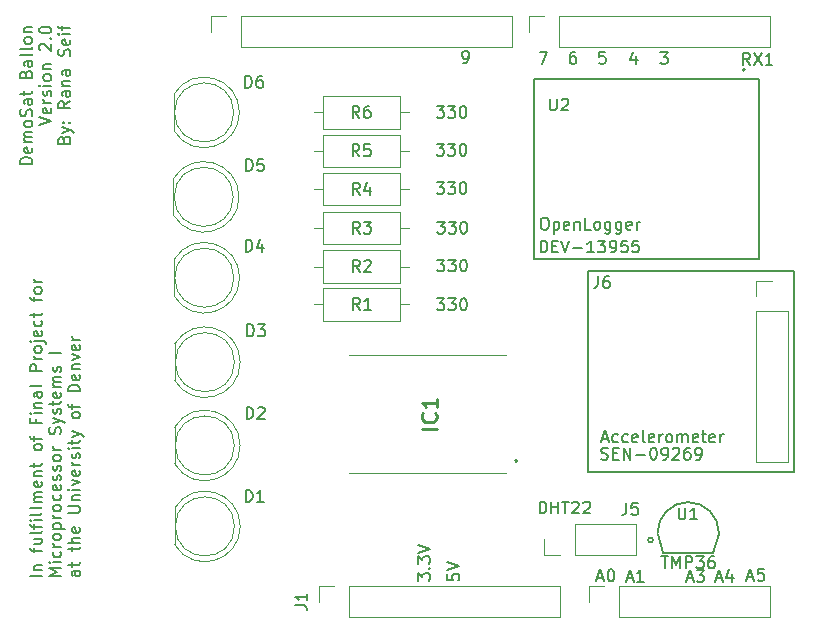
<source format=gbr>
%TF.GenerationSoftware,KiCad,Pcbnew,8.0.8*%
%TF.CreationDate,2025-03-13T21:39:24-06:00*%
%TF.ProjectId,Final_Project_PCB,46696e61-6c5f-4507-926f-6a6563745f50,rev?*%
%TF.SameCoordinates,Original*%
%TF.FileFunction,Legend,Top*%
%TF.FilePolarity,Positive*%
%FSLAX46Y46*%
G04 Gerber Fmt 4.6, Leading zero omitted, Abs format (unit mm)*
G04 Created by KiCad (PCBNEW 8.0.8) date 2025-03-13 21:39:24*
%MOMM*%
%LPD*%
G01*
G04 APERTURE LIST*
%ADD10C,0.150000*%
%ADD11C,0.254000*%
%ADD12C,0.120000*%
%ADD13C,0.127000*%
%ADD14C,0.200000*%
%ADD15C,0.100000*%
G04 APERTURE END LIST*
D10*
X149430000Y-69455000D02*
X166850000Y-69455000D01*
X166850000Y-86475000D01*
X149430000Y-86475000D01*
X149430000Y-69455000D01*
X138859398Y-51869819D02*
X139049874Y-51869819D01*
X139049874Y-51869819D02*
X139145112Y-51822200D01*
X139145112Y-51822200D02*
X139192731Y-51774580D01*
X139192731Y-51774580D02*
X139287969Y-51631723D01*
X139287969Y-51631723D02*
X139335588Y-51441247D01*
X139335588Y-51441247D02*
X139335588Y-51060295D01*
X139335588Y-51060295D02*
X139287969Y-50965057D01*
X139287969Y-50965057D02*
X139240350Y-50917438D01*
X139240350Y-50917438D02*
X139145112Y-50869819D01*
X139145112Y-50869819D02*
X138954636Y-50869819D01*
X138954636Y-50869819D02*
X138859398Y-50917438D01*
X138859398Y-50917438D02*
X138811779Y-50965057D01*
X138811779Y-50965057D02*
X138764160Y-51060295D01*
X138764160Y-51060295D02*
X138764160Y-51298390D01*
X138764160Y-51298390D02*
X138811779Y-51393628D01*
X138811779Y-51393628D02*
X138859398Y-51441247D01*
X138859398Y-51441247D02*
X138954636Y-51488866D01*
X138954636Y-51488866D02*
X139145112Y-51488866D01*
X139145112Y-51488866D02*
X139240350Y-51441247D01*
X139240350Y-51441247D02*
X139287969Y-51393628D01*
X139287969Y-51393628D02*
X139335588Y-51298390D01*
X102349931Y-60408209D02*
X101349931Y-60408209D01*
X101349931Y-60408209D02*
X101349931Y-60170114D01*
X101349931Y-60170114D02*
X101397550Y-60027257D01*
X101397550Y-60027257D02*
X101492788Y-59932019D01*
X101492788Y-59932019D02*
X101588026Y-59884400D01*
X101588026Y-59884400D02*
X101778502Y-59836781D01*
X101778502Y-59836781D02*
X101921359Y-59836781D01*
X101921359Y-59836781D02*
X102111835Y-59884400D01*
X102111835Y-59884400D02*
X102207073Y-59932019D01*
X102207073Y-59932019D02*
X102302312Y-60027257D01*
X102302312Y-60027257D02*
X102349931Y-60170114D01*
X102349931Y-60170114D02*
X102349931Y-60408209D01*
X102302312Y-59027257D02*
X102349931Y-59122495D01*
X102349931Y-59122495D02*
X102349931Y-59312971D01*
X102349931Y-59312971D02*
X102302312Y-59408209D01*
X102302312Y-59408209D02*
X102207073Y-59455828D01*
X102207073Y-59455828D02*
X101826121Y-59455828D01*
X101826121Y-59455828D02*
X101730883Y-59408209D01*
X101730883Y-59408209D02*
X101683264Y-59312971D01*
X101683264Y-59312971D02*
X101683264Y-59122495D01*
X101683264Y-59122495D02*
X101730883Y-59027257D01*
X101730883Y-59027257D02*
X101826121Y-58979638D01*
X101826121Y-58979638D02*
X101921359Y-58979638D01*
X101921359Y-58979638D02*
X102016597Y-59455828D01*
X102349931Y-58551066D02*
X101683264Y-58551066D01*
X101778502Y-58551066D02*
X101730883Y-58503447D01*
X101730883Y-58503447D02*
X101683264Y-58408209D01*
X101683264Y-58408209D02*
X101683264Y-58265352D01*
X101683264Y-58265352D02*
X101730883Y-58170114D01*
X101730883Y-58170114D02*
X101826121Y-58122495D01*
X101826121Y-58122495D02*
X102349931Y-58122495D01*
X101826121Y-58122495D02*
X101730883Y-58074876D01*
X101730883Y-58074876D02*
X101683264Y-57979638D01*
X101683264Y-57979638D02*
X101683264Y-57836781D01*
X101683264Y-57836781D02*
X101730883Y-57741542D01*
X101730883Y-57741542D02*
X101826121Y-57693923D01*
X101826121Y-57693923D02*
X102349931Y-57693923D01*
X102349931Y-57074876D02*
X102302312Y-57170114D01*
X102302312Y-57170114D02*
X102254692Y-57217733D01*
X102254692Y-57217733D02*
X102159454Y-57265352D01*
X102159454Y-57265352D02*
X101873740Y-57265352D01*
X101873740Y-57265352D02*
X101778502Y-57217733D01*
X101778502Y-57217733D02*
X101730883Y-57170114D01*
X101730883Y-57170114D02*
X101683264Y-57074876D01*
X101683264Y-57074876D02*
X101683264Y-56932019D01*
X101683264Y-56932019D02*
X101730883Y-56836781D01*
X101730883Y-56836781D02*
X101778502Y-56789162D01*
X101778502Y-56789162D02*
X101873740Y-56741543D01*
X101873740Y-56741543D02*
X102159454Y-56741543D01*
X102159454Y-56741543D02*
X102254692Y-56789162D01*
X102254692Y-56789162D02*
X102302312Y-56836781D01*
X102302312Y-56836781D02*
X102349931Y-56932019D01*
X102349931Y-56932019D02*
X102349931Y-57074876D01*
X102302312Y-56360590D02*
X102349931Y-56217733D01*
X102349931Y-56217733D02*
X102349931Y-55979638D01*
X102349931Y-55979638D02*
X102302312Y-55884400D01*
X102302312Y-55884400D02*
X102254692Y-55836781D01*
X102254692Y-55836781D02*
X102159454Y-55789162D01*
X102159454Y-55789162D02*
X102064216Y-55789162D01*
X102064216Y-55789162D02*
X101968978Y-55836781D01*
X101968978Y-55836781D02*
X101921359Y-55884400D01*
X101921359Y-55884400D02*
X101873740Y-55979638D01*
X101873740Y-55979638D02*
X101826121Y-56170114D01*
X101826121Y-56170114D02*
X101778502Y-56265352D01*
X101778502Y-56265352D02*
X101730883Y-56312971D01*
X101730883Y-56312971D02*
X101635645Y-56360590D01*
X101635645Y-56360590D02*
X101540407Y-56360590D01*
X101540407Y-56360590D02*
X101445169Y-56312971D01*
X101445169Y-56312971D02*
X101397550Y-56265352D01*
X101397550Y-56265352D02*
X101349931Y-56170114D01*
X101349931Y-56170114D02*
X101349931Y-55932019D01*
X101349931Y-55932019D02*
X101397550Y-55789162D01*
X102349931Y-54932019D02*
X101826121Y-54932019D01*
X101826121Y-54932019D02*
X101730883Y-54979638D01*
X101730883Y-54979638D02*
X101683264Y-55074876D01*
X101683264Y-55074876D02*
X101683264Y-55265352D01*
X101683264Y-55265352D02*
X101730883Y-55360590D01*
X102302312Y-54932019D02*
X102349931Y-55027257D01*
X102349931Y-55027257D02*
X102349931Y-55265352D01*
X102349931Y-55265352D02*
X102302312Y-55360590D01*
X102302312Y-55360590D02*
X102207073Y-55408209D01*
X102207073Y-55408209D02*
X102111835Y-55408209D01*
X102111835Y-55408209D02*
X102016597Y-55360590D01*
X102016597Y-55360590D02*
X101968978Y-55265352D01*
X101968978Y-55265352D02*
X101968978Y-55027257D01*
X101968978Y-55027257D02*
X101921359Y-54932019D01*
X101683264Y-54598685D02*
X101683264Y-54217733D01*
X101349931Y-54455828D02*
X102207073Y-54455828D01*
X102207073Y-54455828D02*
X102302312Y-54408209D01*
X102302312Y-54408209D02*
X102349931Y-54312971D01*
X102349931Y-54312971D02*
X102349931Y-54217733D01*
X101826121Y-52789161D02*
X101873740Y-52646304D01*
X101873740Y-52646304D02*
X101921359Y-52598685D01*
X101921359Y-52598685D02*
X102016597Y-52551066D01*
X102016597Y-52551066D02*
X102159454Y-52551066D01*
X102159454Y-52551066D02*
X102254692Y-52598685D01*
X102254692Y-52598685D02*
X102302312Y-52646304D01*
X102302312Y-52646304D02*
X102349931Y-52741542D01*
X102349931Y-52741542D02*
X102349931Y-53122494D01*
X102349931Y-53122494D02*
X101349931Y-53122494D01*
X101349931Y-53122494D02*
X101349931Y-52789161D01*
X101349931Y-52789161D02*
X101397550Y-52693923D01*
X101397550Y-52693923D02*
X101445169Y-52646304D01*
X101445169Y-52646304D02*
X101540407Y-52598685D01*
X101540407Y-52598685D02*
X101635645Y-52598685D01*
X101635645Y-52598685D02*
X101730883Y-52646304D01*
X101730883Y-52646304D02*
X101778502Y-52693923D01*
X101778502Y-52693923D02*
X101826121Y-52789161D01*
X101826121Y-52789161D02*
X101826121Y-53122494D01*
X102349931Y-51693923D02*
X101826121Y-51693923D01*
X101826121Y-51693923D02*
X101730883Y-51741542D01*
X101730883Y-51741542D02*
X101683264Y-51836780D01*
X101683264Y-51836780D02*
X101683264Y-52027256D01*
X101683264Y-52027256D02*
X101730883Y-52122494D01*
X102302312Y-51693923D02*
X102349931Y-51789161D01*
X102349931Y-51789161D02*
X102349931Y-52027256D01*
X102349931Y-52027256D02*
X102302312Y-52122494D01*
X102302312Y-52122494D02*
X102207073Y-52170113D01*
X102207073Y-52170113D02*
X102111835Y-52170113D01*
X102111835Y-52170113D02*
X102016597Y-52122494D01*
X102016597Y-52122494D02*
X101968978Y-52027256D01*
X101968978Y-52027256D02*
X101968978Y-51789161D01*
X101968978Y-51789161D02*
X101921359Y-51693923D01*
X102349931Y-51074875D02*
X102302312Y-51170113D01*
X102302312Y-51170113D02*
X102207073Y-51217732D01*
X102207073Y-51217732D02*
X101349931Y-51217732D01*
X102349931Y-50551065D02*
X102302312Y-50646303D01*
X102302312Y-50646303D02*
X102207073Y-50693922D01*
X102207073Y-50693922D02*
X101349931Y-50693922D01*
X102349931Y-50027255D02*
X102302312Y-50122493D01*
X102302312Y-50122493D02*
X102254692Y-50170112D01*
X102254692Y-50170112D02*
X102159454Y-50217731D01*
X102159454Y-50217731D02*
X101873740Y-50217731D01*
X101873740Y-50217731D02*
X101778502Y-50170112D01*
X101778502Y-50170112D02*
X101730883Y-50122493D01*
X101730883Y-50122493D02*
X101683264Y-50027255D01*
X101683264Y-50027255D02*
X101683264Y-49884398D01*
X101683264Y-49884398D02*
X101730883Y-49789160D01*
X101730883Y-49789160D02*
X101778502Y-49741541D01*
X101778502Y-49741541D02*
X101873740Y-49693922D01*
X101873740Y-49693922D02*
X102159454Y-49693922D01*
X102159454Y-49693922D02*
X102254692Y-49741541D01*
X102254692Y-49741541D02*
X102302312Y-49789160D01*
X102302312Y-49789160D02*
X102349931Y-49884398D01*
X102349931Y-49884398D02*
X102349931Y-50027255D01*
X101683264Y-49265350D02*
X102349931Y-49265350D01*
X101778502Y-49265350D02*
X101730883Y-49217731D01*
X101730883Y-49217731D02*
X101683264Y-49122493D01*
X101683264Y-49122493D02*
X101683264Y-48979636D01*
X101683264Y-48979636D02*
X101730883Y-48884398D01*
X101730883Y-48884398D02*
X101826121Y-48836779D01*
X101826121Y-48836779D02*
X102349931Y-48836779D01*
X102959875Y-57074874D02*
X103959875Y-56741541D01*
X103959875Y-56741541D02*
X102959875Y-56408208D01*
X103912256Y-55693922D02*
X103959875Y-55789160D01*
X103959875Y-55789160D02*
X103959875Y-55979636D01*
X103959875Y-55979636D02*
X103912256Y-56074874D01*
X103912256Y-56074874D02*
X103817017Y-56122493D01*
X103817017Y-56122493D02*
X103436065Y-56122493D01*
X103436065Y-56122493D02*
X103340827Y-56074874D01*
X103340827Y-56074874D02*
X103293208Y-55979636D01*
X103293208Y-55979636D02*
X103293208Y-55789160D01*
X103293208Y-55789160D02*
X103340827Y-55693922D01*
X103340827Y-55693922D02*
X103436065Y-55646303D01*
X103436065Y-55646303D02*
X103531303Y-55646303D01*
X103531303Y-55646303D02*
X103626541Y-56122493D01*
X103959875Y-55217731D02*
X103293208Y-55217731D01*
X103483684Y-55217731D02*
X103388446Y-55170112D01*
X103388446Y-55170112D02*
X103340827Y-55122493D01*
X103340827Y-55122493D02*
X103293208Y-55027255D01*
X103293208Y-55027255D02*
X103293208Y-54932017D01*
X103912256Y-54646302D02*
X103959875Y-54551064D01*
X103959875Y-54551064D02*
X103959875Y-54360588D01*
X103959875Y-54360588D02*
X103912256Y-54265350D01*
X103912256Y-54265350D02*
X103817017Y-54217731D01*
X103817017Y-54217731D02*
X103769398Y-54217731D01*
X103769398Y-54217731D02*
X103674160Y-54265350D01*
X103674160Y-54265350D02*
X103626541Y-54360588D01*
X103626541Y-54360588D02*
X103626541Y-54503445D01*
X103626541Y-54503445D02*
X103578922Y-54598683D01*
X103578922Y-54598683D02*
X103483684Y-54646302D01*
X103483684Y-54646302D02*
X103436065Y-54646302D01*
X103436065Y-54646302D02*
X103340827Y-54598683D01*
X103340827Y-54598683D02*
X103293208Y-54503445D01*
X103293208Y-54503445D02*
X103293208Y-54360588D01*
X103293208Y-54360588D02*
X103340827Y-54265350D01*
X103959875Y-53789159D02*
X103293208Y-53789159D01*
X102959875Y-53789159D02*
X103007494Y-53836778D01*
X103007494Y-53836778D02*
X103055113Y-53789159D01*
X103055113Y-53789159D02*
X103007494Y-53741540D01*
X103007494Y-53741540D02*
X102959875Y-53789159D01*
X102959875Y-53789159D02*
X103055113Y-53789159D01*
X103959875Y-53170112D02*
X103912256Y-53265350D01*
X103912256Y-53265350D02*
X103864636Y-53312969D01*
X103864636Y-53312969D02*
X103769398Y-53360588D01*
X103769398Y-53360588D02*
X103483684Y-53360588D01*
X103483684Y-53360588D02*
X103388446Y-53312969D01*
X103388446Y-53312969D02*
X103340827Y-53265350D01*
X103340827Y-53265350D02*
X103293208Y-53170112D01*
X103293208Y-53170112D02*
X103293208Y-53027255D01*
X103293208Y-53027255D02*
X103340827Y-52932017D01*
X103340827Y-52932017D02*
X103388446Y-52884398D01*
X103388446Y-52884398D02*
X103483684Y-52836779D01*
X103483684Y-52836779D02*
X103769398Y-52836779D01*
X103769398Y-52836779D02*
X103864636Y-52884398D01*
X103864636Y-52884398D02*
X103912256Y-52932017D01*
X103912256Y-52932017D02*
X103959875Y-53027255D01*
X103959875Y-53027255D02*
X103959875Y-53170112D01*
X103293208Y-52408207D02*
X103959875Y-52408207D01*
X103388446Y-52408207D02*
X103340827Y-52360588D01*
X103340827Y-52360588D02*
X103293208Y-52265350D01*
X103293208Y-52265350D02*
X103293208Y-52122493D01*
X103293208Y-52122493D02*
X103340827Y-52027255D01*
X103340827Y-52027255D02*
X103436065Y-51979636D01*
X103436065Y-51979636D02*
X103959875Y-51979636D01*
X103055113Y-50789159D02*
X103007494Y-50741540D01*
X103007494Y-50741540D02*
X102959875Y-50646302D01*
X102959875Y-50646302D02*
X102959875Y-50408207D01*
X102959875Y-50408207D02*
X103007494Y-50312969D01*
X103007494Y-50312969D02*
X103055113Y-50265350D01*
X103055113Y-50265350D02*
X103150351Y-50217731D01*
X103150351Y-50217731D02*
X103245589Y-50217731D01*
X103245589Y-50217731D02*
X103388446Y-50265350D01*
X103388446Y-50265350D02*
X103959875Y-50836778D01*
X103959875Y-50836778D02*
X103959875Y-50217731D01*
X103864636Y-49789159D02*
X103912256Y-49741540D01*
X103912256Y-49741540D02*
X103959875Y-49789159D01*
X103959875Y-49789159D02*
X103912256Y-49836778D01*
X103912256Y-49836778D02*
X103864636Y-49789159D01*
X103864636Y-49789159D02*
X103959875Y-49789159D01*
X102959875Y-49122493D02*
X102959875Y-49027255D01*
X102959875Y-49027255D02*
X103007494Y-48932017D01*
X103007494Y-48932017D02*
X103055113Y-48884398D01*
X103055113Y-48884398D02*
X103150351Y-48836779D01*
X103150351Y-48836779D02*
X103340827Y-48789160D01*
X103340827Y-48789160D02*
X103578922Y-48789160D01*
X103578922Y-48789160D02*
X103769398Y-48836779D01*
X103769398Y-48836779D02*
X103864636Y-48884398D01*
X103864636Y-48884398D02*
X103912256Y-48932017D01*
X103912256Y-48932017D02*
X103959875Y-49027255D01*
X103959875Y-49027255D02*
X103959875Y-49122493D01*
X103959875Y-49122493D02*
X103912256Y-49217731D01*
X103912256Y-49217731D02*
X103864636Y-49265350D01*
X103864636Y-49265350D02*
X103769398Y-49312969D01*
X103769398Y-49312969D02*
X103578922Y-49360588D01*
X103578922Y-49360588D02*
X103340827Y-49360588D01*
X103340827Y-49360588D02*
X103150351Y-49312969D01*
X103150351Y-49312969D02*
X103055113Y-49265350D01*
X103055113Y-49265350D02*
X103007494Y-49217731D01*
X103007494Y-49217731D02*
X102959875Y-49122493D01*
X105046009Y-58360589D02*
X105093628Y-58217732D01*
X105093628Y-58217732D02*
X105141247Y-58170113D01*
X105141247Y-58170113D02*
X105236485Y-58122494D01*
X105236485Y-58122494D02*
X105379342Y-58122494D01*
X105379342Y-58122494D02*
X105474580Y-58170113D01*
X105474580Y-58170113D02*
X105522200Y-58217732D01*
X105522200Y-58217732D02*
X105569819Y-58312970D01*
X105569819Y-58312970D02*
X105569819Y-58693922D01*
X105569819Y-58693922D02*
X104569819Y-58693922D01*
X104569819Y-58693922D02*
X104569819Y-58360589D01*
X104569819Y-58360589D02*
X104617438Y-58265351D01*
X104617438Y-58265351D02*
X104665057Y-58217732D01*
X104665057Y-58217732D02*
X104760295Y-58170113D01*
X104760295Y-58170113D02*
X104855533Y-58170113D01*
X104855533Y-58170113D02*
X104950771Y-58217732D01*
X104950771Y-58217732D02*
X104998390Y-58265351D01*
X104998390Y-58265351D02*
X105046009Y-58360589D01*
X105046009Y-58360589D02*
X105046009Y-58693922D01*
X104903152Y-57789160D02*
X105569819Y-57551065D01*
X104903152Y-57312970D02*
X105569819Y-57551065D01*
X105569819Y-57551065D02*
X105807914Y-57646303D01*
X105807914Y-57646303D02*
X105855533Y-57693922D01*
X105855533Y-57693922D02*
X105903152Y-57789160D01*
X105474580Y-56932017D02*
X105522200Y-56884398D01*
X105522200Y-56884398D02*
X105569819Y-56932017D01*
X105569819Y-56932017D02*
X105522200Y-56979636D01*
X105522200Y-56979636D02*
X105474580Y-56932017D01*
X105474580Y-56932017D02*
X105569819Y-56932017D01*
X104950771Y-56932017D02*
X104998390Y-56884398D01*
X104998390Y-56884398D02*
X105046009Y-56932017D01*
X105046009Y-56932017D02*
X104998390Y-56979636D01*
X104998390Y-56979636D02*
X104950771Y-56932017D01*
X104950771Y-56932017D02*
X105046009Y-56932017D01*
X105569819Y-55122494D02*
X105093628Y-55455827D01*
X105569819Y-55693922D02*
X104569819Y-55693922D01*
X104569819Y-55693922D02*
X104569819Y-55312970D01*
X104569819Y-55312970D02*
X104617438Y-55217732D01*
X104617438Y-55217732D02*
X104665057Y-55170113D01*
X104665057Y-55170113D02*
X104760295Y-55122494D01*
X104760295Y-55122494D02*
X104903152Y-55122494D01*
X104903152Y-55122494D02*
X104998390Y-55170113D01*
X104998390Y-55170113D02*
X105046009Y-55217732D01*
X105046009Y-55217732D02*
X105093628Y-55312970D01*
X105093628Y-55312970D02*
X105093628Y-55693922D01*
X105569819Y-54265351D02*
X105046009Y-54265351D01*
X105046009Y-54265351D02*
X104950771Y-54312970D01*
X104950771Y-54312970D02*
X104903152Y-54408208D01*
X104903152Y-54408208D02*
X104903152Y-54598684D01*
X104903152Y-54598684D02*
X104950771Y-54693922D01*
X105522200Y-54265351D02*
X105569819Y-54360589D01*
X105569819Y-54360589D02*
X105569819Y-54598684D01*
X105569819Y-54598684D02*
X105522200Y-54693922D01*
X105522200Y-54693922D02*
X105426961Y-54741541D01*
X105426961Y-54741541D02*
X105331723Y-54741541D01*
X105331723Y-54741541D02*
X105236485Y-54693922D01*
X105236485Y-54693922D02*
X105188866Y-54598684D01*
X105188866Y-54598684D02*
X105188866Y-54360589D01*
X105188866Y-54360589D02*
X105141247Y-54265351D01*
X104903152Y-53789160D02*
X105569819Y-53789160D01*
X104998390Y-53789160D02*
X104950771Y-53741541D01*
X104950771Y-53741541D02*
X104903152Y-53646303D01*
X104903152Y-53646303D02*
X104903152Y-53503446D01*
X104903152Y-53503446D02*
X104950771Y-53408208D01*
X104950771Y-53408208D02*
X105046009Y-53360589D01*
X105046009Y-53360589D02*
X105569819Y-53360589D01*
X105569819Y-52455827D02*
X105046009Y-52455827D01*
X105046009Y-52455827D02*
X104950771Y-52503446D01*
X104950771Y-52503446D02*
X104903152Y-52598684D01*
X104903152Y-52598684D02*
X104903152Y-52789160D01*
X104903152Y-52789160D02*
X104950771Y-52884398D01*
X105522200Y-52455827D02*
X105569819Y-52551065D01*
X105569819Y-52551065D02*
X105569819Y-52789160D01*
X105569819Y-52789160D02*
X105522200Y-52884398D01*
X105522200Y-52884398D02*
X105426961Y-52932017D01*
X105426961Y-52932017D02*
X105331723Y-52932017D01*
X105331723Y-52932017D02*
X105236485Y-52884398D01*
X105236485Y-52884398D02*
X105188866Y-52789160D01*
X105188866Y-52789160D02*
X105188866Y-52551065D01*
X105188866Y-52551065D02*
X105141247Y-52455827D01*
X105522200Y-51265350D02*
X105569819Y-51122493D01*
X105569819Y-51122493D02*
X105569819Y-50884398D01*
X105569819Y-50884398D02*
X105522200Y-50789160D01*
X105522200Y-50789160D02*
X105474580Y-50741541D01*
X105474580Y-50741541D02*
X105379342Y-50693922D01*
X105379342Y-50693922D02*
X105284104Y-50693922D01*
X105284104Y-50693922D02*
X105188866Y-50741541D01*
X105188866Y-50741541D02*
X105141247Y-50789160D01*
X105141247Y-50789160D02*
X105093628Y-50884398D01*
X105093628Y-50884398D02*
X105046009Y-51074874D01*
X105046009Y-51074874D02*
X104998390Y-51170112D01*
X104998390Y-51170112D02*
X104950771Y-51217731D01*
X104950771Y-51217731D02*
X104855533Y-51265350D01*
X104855533Y-51265350D02*
X104760295Y-51265350D01*
X104760295Y-51265350D02*
X104665057Y-51217731D01*
X104665057Y-51217731D02*
X104617438Y-51170112D01*
X104617438Y-51170112D02*
X104569819Y-51074874D01*
X104569819Y-51074874D02*
X104569819Y-50836779D01*
X104569819Y-50836779D02*
X104617438Y-50693922D01*
X105522200Y-49884398D02*
X105569819Y-49979636D01*
X105569819Y-49979636D02*
X105569819Y-50170112D01*
X105569819Y-50170112D02*
X105522200Y-50265350D01*
X105522200Y-50265350D02*
X105426961Y-50312969D01*
X105426961Y-50312969D02*
X105046009Y-50312969D01*
X105046009Y-50312969D02*
X104950771Y-50265350D01*
X104950771Y-50265350D02*
X104903152Y-50170112D01*
X104903152Y-50170112D02*
X104903152Y-49979636D01*
X104903152Y-49979636D02*
X104950771Y-49884398D01*
X104950771Y-49884398D02*
X105046009Y-49836779D01*
X105046009Y-49836779D02*
X105141247Y-49836779D01*
X105141247Y-49836779D02*
X105236485Y-50312969D01*
X105569819Y-49408207D02*
X104903152Y-49408207D01*
X104569819Y-49408207D02*
X104617438Y-49455826D01*
X104617438Y-49455826D02*
X104665057Y-49408207D01*
X104665057Y-49408207D02*
X104617438Y-49360588D01*
X104617438Y-49360588D02*
X104569819Y-49408207D01*
X104569819Y-49408207D02*
X104665057Y-49408207D01*
X104903152Y-49074874D02*
X104903152Y-48693922D01*
X105569819Y-48932017D02*
X104712676Y-48932017D01*
X104712676Y-48932017D02*
X104617438Y-48884398D01*
X104617438Y-48884398D02*
X104569819Y-48789160D01*
X104569819Y-48789160D02*
X104569819Y-48693922D01*
X137519819Y-95137030D02*
X137519819Y-95613220D01*
X137519819Y-95613220D02*
X137996009Y-95660839D01*
X137996009Y-95660839D02*
X137948390Y-95613220D01*
X137948390Y-95613220D02*
X137900771Y-95517982D01*
X137900771Y-95517982D02*
X137900771Y-95279887D01*
X137900771Y-95279887D02*
X137948390Y-95184649D01*
X137948390Y-95184649D02*
X137996009Y-95137030D01*
X137996009Y-95137030D02*
X138091247Y-95089411D01*
X138091247Y-95089411D02*
X138329342Y-95089411D01*
X138329342Y-95089411D02*
X138424580Y-95137030D01*
X138424580Y-95137030D02*
X138472200Y-95184649D01*
X138472200Y-95184649D02*
X138519819Y-95279887D01*
X138519819Y-95279887D02*
X138519819Y-95517982D01*
X138519819Y-95517982D02*
X138472200Y-95613220D01*
X138472200Y-95613220D02*
X138424580Y-95660839D01*
X137519819Y-94803696D02*
X138519819Y-94470363D01*
X138519819Y-94470363D02*
X137519819Y-94137030D01*
X150214160Y-95459104D02*
X150690350Y-95459104D01*
X150118922Y-95744819D02*
X150452255Y-94744819D01*
X150452255Y-94744819D02*
X150785588Y-95744819D01*
X151309398Y-94744819D02*
X151404636Y-94744819D01*
X151404636Y-94744819D02*
X151499874Y-94792438D01*
X151499874Y-94792438D02*
X151547493Y-94840057D01*
X151547493Y-94840057D02*
X151595112Y-94935295D01*
X151595112Y-94935295D02*
X151642731Y-95125771D01*
X151642731Y-95125771D02*
X151642731Y-95363866D01*
X151642731Y-95363866D02*
X151595112Y-95554342D01*
X151595112Y-95554342D02*
X151547493Y-95649580D01*
X151547493Y-95649580D02*
X151499874Y-95697200D01*
X151499874Y-95697200D02*
X151404636Y-95744819D01*
X151404636Y-95744819D02*
X151309398Y-95744819D01*
X151309398Y-95744819D02*
X151214160Y-95697200D01*
X151214160Y-95697200D02*
X151166541Y-95649580D01*
X151166541Y-95649580D02*
X151118922Y-95554342D01*
X151118922Y-95554342D02*
X151071303Y-95363866D01*
X151071303Y-95363866D02*
X151071303Y-95125771D01*
X151071303Y-95125771D02*
X151118922Y-94935295D01*
X151118922Y-94935295D02*
X151166541Y-94840057D01*
X151166541Y-94840057D02*
X151214160Y-94792438D01*
X151214160Y-94792438D02*
X151309398Y-94744819D01*
X152714160Y-95484104D02*
X153190350Y-95484104D01*
X152618922Y-95769819D02*
X152952255Y-94769819D01*
X152952255Y-94769819D02*
X153285588Y-95769819D01*
X154142731Y-95769819D02*
X153571303Y-95769819D01*
X153857017Y-95769819D02*
X153857017Y-94769819D01*
X153857017Y-94769819D02*
X153761779Y-94912676D01*
X153761779Y-94912676D02*
X153666541Y-95007914D01*
X153666541Y-95007914D02*
X153571303Y-95055533D01*
X155541541Y-50944819D02*
X156160588Y-50944819D01*
X156160588Y-50944819D02*
X155827255Y-51325771D01*
X155827255Y-51325771D02*
X155970112Y-51325771D01*
X155970112Y-51325771D02*
X156065350Y-51373390D01*
X156065350Y-51373390D02*
X156112969Y-51421009D01*
X156112969Y-51421009D02*
X156160588Y-51516247D01*
X156160588Y-51516247D02*
X156160588Y-51754342D01*
X156160588Y-51754342D02*
X156112969Y-51849580D01*
X156112969Y-51849580D02*
X156065350Y-51897200D01*
X156065350Y-51897200D02*
X155970112Y-51944819D01*
X155970112Y-51944819D02*
X155684398Y-51944819D01*
X155684398Y-51944819D02*
X155589160Y-51897200D01*
X155589160Y-51897200D02*
X155541541Y-51849580D01*
X150862969Y-50919819D02*
X150386779Y-50919819D01*
X150386779Y-50919819D02*
X150339160Y-51396009D01*
X150339160Y-51396009D02*
X150386779Y-51348390D01*
X150386779Y-51348390D02*
X150482017Y-51300771D01*
X150482017Y-51300771D02*
X150720112Y-51300771D01*
X150720112Y-51300771D02*
X150815350Y-51348390D01*
X150815350Y-51348390D02*
X150862969Y-51396009D01*
X150862969Y-51396009D02*
X150910588Y-51491247D01*
X150910588Y-51491247D02*
X150910588Y-51729342D01*
X150910588Y-51729342D02*
X150862969Y-51824580D01*
X150862969Y-51824580D02*
X150815350Y-51872200D01*
X150815350Y-51872200D02*
X150720112Y-51919819D01*
X150720112Y-51919819D02*
X150482017Y-51919819D01*
X150482017Y-51919819D02*
X150386779Y-51872200D01*
X150386779Y-51872200D02*
X150339160Y-51824580D01*
X160264160Y-95484104D02*
X160740350Y-95484104D01*
X160168922Y-95769819D02*
X160502255Y-94769819D01*
X160502255Y-94769819D02*
X160835588Y-95769819D01*
X161597493Y-95103152D02*
X161597493Y-95769819D01*
X161359398Y-94722200D02*
X161121303Y-95436485D01*
X161121303Y-95436485D02*
X161740350Y-95436485D01*
X135019819Y-95683458D02*
X135019819Y-95064411D01*
X135019819Y-95064411D02*
X135400771Y-95397744D01*
X135400771Y-95397744D02*
X135400771Y-95254887D01*
X135400771Y-95254887D02*
X135448390Y-95159649D01*
X135448390Y-95159649D02*
X135496009Y-95112030D01*
X135496009Y-95112030D02*
X135591247Y-95064411D01*
X135591247Y-95064411D02*
X135829342Y-95064411D01*
X135829342Y-95064411D02*
X135924580Y-95112030D01*
X135924580Y-95112030D02*
X135972200Y-95159649D01*
X135972200Y-95159649D02*
X136019819Y-95254887D01*
X136019819Y-95254887D02*
X136019819Y-95540601D01*
X136019819Y-95540601D02*
X135972200Y-95635839D01*
X135972200Y-95635839D02*
X135924580Y-95683458D01*
X135924580Y-94635839D02*
X135972200Y-94588220D01*
X135972200Y-94588220D02*
X136019819Y-94635839D01*
X136019819Y-94635839D02*
X135972200Y-94683458D01*
X135972200Y-94683458D02*
X135924580Y-94635839D01*
X135924580Y-94635839D02*
X136019819Y-94635839D01*
X135019819Y-94254887D02*
X135019819Y-93635840D01*
X135019819Y-93635840D02*
X135400771Y-93969173D01*
X135400771Y-93969173D02*
X135400771Y-93826316D01*
X135400771Y-93826316D02*
X135448390Y-93731078D01*
X135448390Y-93731078D02*
X135496009Y-93683459D01*
X135496009Y-93683459D02*
X135591247Y-93635840D01*
X135591247Y-93635840D02*
X135829342Y-93635840D01*
X135829342Y-93635840D02*
X135924580Y-93683459D01*
X135924580Y-93683459D02*
X135972200Y-93731078D01*
X135972200Y-93731078D02*
X136019819Y-93826316D01*
X136019819Y-93826316D02*
X136019819Y-94112030D01*
X136019819Y-94112030D02*
X135972200Y-94207268D01*
X135972200Y-94207268D02*
X135924580Y-94254887D01*
X135019819Y-93350125D02*
X136019819Y-93016792D01*
X136019819Y-93016792D02*
X135019819Y-92683459D01*
X103174931Y-95288220D02*
X102174931Y-95288220D01*
X102508264Y-94812030D02*
X103174931Y-94812030D01*
X102603502Y-94812030D02*
X102555883Y-94764411D01*
X102555883Y-94764411D02*
X102508264Y-94669173D01*
X102508264Y-94669173D02*
X102508264Y-94526316D01*
X102508264Y-94526316D02*
X102555883Y-94431078D01*
X102555883Y-94431078D02*
X102651121Y-94383459D01*
X102651121Y-94383459D02*
X103174931Y-94383459D01*
X102508264Y-93288220D02*
X102508264Y-92907268D01*
X103174931Y-93145363D02*
X102317788Y-93145363D01*
X102317788Y-93145363D02*
X102222550Y-93097744D01*
X102222550Y-93097744D02*
X102174931Y-93002506D01*
X102174931Y-93002506D02*
X102174931Y-92907268D01*
X102508264Y-92145363D02*
X103174931Y-92145363D01*
X102508264Y-92573934D02*
X103032073Y-92573934D01*
X103032073Y-92573934D02*
X103127312Y-92526315D01*
X103127312Y-92526315D02*
X103174931Y-92431077D01*
X103174931Y-92431077D02*
X103174931Y-92288220D01*
X103174931Y-92288220D02*
X103127312Y-92192982D01*
X103127312Y-92192982D02*
X103079692Y-92145363D01*
X103174931Y-91526315D02*
X103127312Y-91621553D01*
X103127312Y-91621553D02*
X103032073Y-91669172D01*
X103032073Y-91669172D02*
X102174931Y-91669172D01*
X102508264Y-91288219D02*
X102508264Y-90907267D01*
X103174931Y-91145362D02*
X102317788Y-91145362D01*
X102317788Y-91145362D02*
X102222550Y-91097743D01*
X102222550Y-91097743D02*
X102174931Y-91002505D01*
X102174931Y-91002505D02*
X102174931Y-90907267D01*
X103174931Y-90573933D02*
X102508264Y-90573933D01*
X102174931Y-90573933D02*
X102222550Y-90621552D01*
X102222550Y-90621552D02*
X102270169Y-90573933D01*
X102270169Y-90573933D02*
X102222550Y-90526314D01*
X102222550Y-90526314D02*
X102174931Y-90573933D01*
X102174931Y-90573933D02*
X102270169Y-90573933D01*
X103174931Y-89954886D02*
X103127312Y-90050124D01*
X103127312Y-90050124D02*
X103032073Y-90097743D01*
X103032073Y-90097743D02*
X102174931Y-90097743D01*
X103174931Y-89431076D02*
X103127312Y-89526314D01*
X103127312Y-89526314D02*
X103032073Y-89573933D01*
X103032073Y-89573933D02*
X102174931Y-89573933D01*
X103174931Y-89050123D02*
X102508264Y-89050123D01*
X102603502Y-89050123D02*
X102555883Y-89002504D01*
X102555883Y-89002504D02*
X102508264Y-88907266D01*
X102508264Y-88907266D02*
X102508264Y-88764409D01*
X102508264Y-88764409D02*
X102555883Y-88669171D01*
X102555883Y-88669171D02*
X102651121Y-88621552D01*
X102651121Y-88621552D02*
X103174931Y-88621552D01*
X102651121Y-88621552D02*
X102555883Y-88573933D01*
X102555883Y-88573933D02*
X102508264Y-88478695D01*
X102508264Y-88478695D02*
X102508264Y-88335838D01*
X102508264Y-88335838D02*
X102555883Y-88240599D01*
X102555883Y-88240599D02*
X102651121Y-88192980D01*
X102651121Y-88192980D02*
X103174931Y-88192980D01*
X103127312Y-87335838D02*
X103174931Y-87431076D01*
X103174931Y-87431076D02*
X103174931Y-87621552D01*
X103174931Y-87621552D02*
X103127312Y-87716790D01*
X103127312Y-87716790D02*
X103032073Y-87764409D01*
X103032073Y-87764409D02*
X102651121Y-87764409D01*
X102651121Y-87764409D02*
X102555883Y-87716790D01*
X102555883Y-87716790D02*
X102508264Y-87621552D01*
X102508264Y-87621552D02*
X102508264Y-87431076D01*
X102508264Y-87431076D02*
X102555883Y-87335838D01*
X102555883Y-87335838D02*
X102651121Y-87288219D01*
X102651121Y-87288219D02*
X102746359Y-87288219D01*
X102746359Y-87288219D02*
X102841597Y-87764409D01*
X102508264Y-86859647D02*
X103174931Y-86859647D01*
X102603502Y-86859647D02*
X102555883Y-86812028D01*
X102555883Y-86812028D02*
X102508264Y-86716790D01*
X102508264Y-86716790D02*
X102508264Y-86573933D01*
X102508264Y-86573933D02*
X102555883Y-86478695D01*
X102555883Y-86478695D02*
X102651121Y-86431076D01*
X102651121Y-86431076D02*
X103174931Y-86431076D01*
X102508264Y-86097742D02*
X102508264Y-85716790D01*
X102174931Y-85954885D02*
X103032073Y-85954885D01*
X103032073Y-85954885D02*
X103127312Y-85907266D01*
X103127312Y-85907266D02*
X103174931Y-85812028D01*
X103174931Y-85812028D02*
X103174931Y-85716790D01*
X103174931Y-84478694D02*
X103127312Y-84573932D01*
X103127312Y-84573932D02*
X103079692Y-84621551D01*
X103079692Y-84621551D02*
X102984454Y-84669170D01*
X102984454Y-84669170D02*
X102698740Y-84669170D01*
X102698740Y-84669170D02*
X102603502Y-84621551D01*
X102603502Y-84621551D02*
X102555883Y-84573932D01*
X102555883Y-84573932D02*
X102508264Y-84478694D01*
X102508264Y-84478694D02*
X102508264Y-84335837D01*
X102508264Y-84335837D02*
X102555883Y-84240599D01*
X102555883Y-84240599D02*
X102603502Y-84192980D01*
X102603502Y-84192980D02*
X102698740Y-84145361D01*
X102698740Y-84145361D02*
X102984454Y-84145361D01*
X102984454Y-84145361D02*
X103079692Y-84192980D01*
X103079692Y-84192980D02*
X103127312Y-84240599D01*
X103127312Y-84240599D02*
X103174931Y-84335837D01*
X103174931Y-84335837D02*
X103174931Y-84478694D01*
X102508264Y-83859646D02*
X102508264Y-83478694D01*
X103174931Y-83716789D02*
X102317788Y-83716789D01*
X102317788Y-83716789D02*
X102222550Y-83669170D01*
X102222550Y-83669170D02*
X102174931Y-83573932D01*
X102174931Y-83573932D02*
X102174931Y-83478694D01*
X102651121Y-82050122D02*
X102651121Y-82383455D01*
X103174931Y-82383455D02*
X102174931Y-82383455D01*
X102174931Y-82383455D02*
X102174931Y-81907265D01*
X103174931Y-81526312D02*
X102508264Y-81526312D01*
X102174931Y-81526312D02*
X102222550Y-81573931D01*
X102222550Y-81573931D02*
X102270169Y-81526312D01*
X102270169Y-81526312D02*
X102222550Y-81478693D01*
X102222550Y-81478693D02*
X102174931Y-81526312D01*
X102174931Y-81526312D02*
X102270169Y-81526312D01*
X102508264Y-81050122D02*
X103174931Y-81050122D01*
X102603502Y-81050122D02*
X102555883Y-81002503D01*
X102555883Y-81002503D02*
X102508264Y-80907265D01*
X102508264Y-80907265D02*
X102508264Y-80764408D01*
X102508264Y-80764408D02*
X102555883Y-80669170D01*
X102555883Y-80669170D02*
X102651121Y-80621551D01*
X102651121Y-80621551D02*
X103174931Y-80621551D01*
X103174931Y-79716789D02*
X102651121Y-79716789D01*
X102651121Y-79716789D02*
X102555883Y-79764408D01*
X102555883Y-79764408D02*
X102508264Y-79859646D01*
X102508264Y-79859646D02*
X102508264Y-80050122D01*
X102508264Y-80050122D02*
X102555883Y-80145360D01*
X103127312Y-79716789D02*
X103174931Y-79812027D01*
X103174931Y-79812027D02*
X103174931Y-80050122D01*
X103174931Y-80050122D02*
X103127312Y-80145360D01*
X103127312Y-80145360D02*
X103032073Y-80192979D01*
X103032073Y-80192979D02*
X102936835Y-80192979D01*
X102936835Y-80192979D02*
X102841597Y-80145360D01*
X102841597Y-80145360D02*
X102793978Y-80050122D01*
X102793978Y-80050122D02*
X102793978Y-79812027D01*
X102793978Y-79812027D02*
X102746359Y-79716789D01*
X103174931Y-79097741D02*
X103127312Y-79192979D01*
X103127312Y-79192979D02*
X103032073Y-79240598D01*
X103032073Y-79240598D02*
X102174931Y-79240598D01*
X103174931Y-77954883D02*
X102174931Y-77954883D01*
X102174931Y-77954883D02*
X102174931Y-77573931D01*
X102174931Y-77573931D02*
X102222550Y-77478693D01*
X102222550Y-77478693D02*
X102270169Y-77431074D01*
X102270169Y-77431074D02*
X102365407Y-77383455D01*
X102365407Y-77383455D02*
X102508264Y-77383455D01*
X102508264Y-77383455D02*
X102603502Y-77431074D01*
X102603502Y-77431074D02*
X102651121Y-77478693D01*
X102651121Y-77478693D02*
X102698740Y-77573931D01*
X102698740Y-77573931D02*
X102698740Y-77954883D01*
X103174931Y-76954883D02*
X102508264Y-76954883D01*
X102698740Y-76954883D02*
X102603502Y-76907264D01*
X102603502Y-76907264D02*
X102555883Y-76859645D01*
X102555883Y-76859645D02*
X102508264Y-76764407D01*
X102508264Y-76764407D02*
X102508264Y-76669169D01*
X103174931Y-76192978D02*
X103127312Y-76288216D01*
X103127312Y-76288216D02*
X103079692Y-76335835D01*
X103079692Y-76335835D02*
X102984454Y-76383454D01*
X102984454Y-76383454D02*
X102698740Y-76383454D01*
X102698740Y-76383454D02*
X102603502Y-76335835D01*
X102603502Y-76335835D02*
X102555883Y-76288216D01*
X102555883Y-76288216D02*
X102508264Y-76192978D01*
X102508264Y-76192978D02*
X102508264Y-76050121D01*
X102508264Y-76050121D02*
X102555883Y-75954883D01*
X102555883Y-75954883D02*
X102603502Y-75907264D01*
X102603502Y-75907264D02*
X102698740Y-75859645D01*
X102698740Y-75859645D02*
X102984454Y-75859645D01*
X102984454Y-75859645D02*
X103079692Y-75907264D01*
X103079692Y-75907264D02*
X103127312Y-75954883D01*
X103127312Y-75954883D02*
X103174931Y-76050121D01*
X103174931Y-76050121D02*
X103174931Y-76192978D01*
X102508264Y-75431073D02*
X103365407Y-75431073D01*
X103365407Y-75431073D02*
X103460645Y-75478692D01*
X103460645Y-75478692D02*
X103508264Y-75573930D01*
X103508264Y-75573930D02*
X103508264Y-75621549D01*
X102174931Y-75431073D02*
X102222550Y-75478692D01*
X102222550Y-75478692D02*
X102270169Y-75431073D01*
X102270169Y-75431073D02*
X102222550Y-75383454D01*
X102222550Y-75383454D02*
X102174931Y-75431073D01*
X102174931Y-75431073D02*
X102270169Y-75431073D01*
X103127312Y-74573931D02*
X103174931Y-74669169D01*
X103174931Y-74669169D02*
X103174931Y-74859645D01*
X103174931Y-74859645D02*
X103127312Y-74954883D01*
X103127312Y-74954883D02*
X103032073Y-75002502D01*
X103032073Y-75002502D02*
X102651121Y-75002502D01*
X102651121Y-75002502D02*
X102555883Y-74954883D01*
X102555883Y-74954883D02*
X102508264Y-74859645D01*
X102508264Y-74859645D02*
X102508264Y-74669169D01*
X102508264Y-74669169D02*
X102555883Y-74573931D01*
X102555883Y-74573931D02*
X102651121Y-74526312D01*
X102651121Y-74526312D02*
X102746359Y-74526312D01*
X102746359Y-74526312D02*
X102841597Y-75002502D01*
X103127312Y-73669169D02*
X103174931Y-73764407D01*
X103174931Y-73764407D02*
X103174931Y-73954883D01*
X103174931Y-73954883D02*
X103127312Y-74050121D01*
X103127312Y-74050121D02*
X103079692Y-74097740D01*
X103079692Y-74097740D02*
X102984454Y-74145359D01*
X102984454Y-74145359D02*
X102698740Y-74145359D01*
X102698740Y-74145359D02*
X102603502Y-74097740D01*
X102603502Y-74097740D02*
X102555883Y-74050121D01*
X102555883Y-74050121D02*
X102508264Y-73954883D01*
X102508264Y-73954883D02*
X102508264Y-73764407D01*
X102508264Y-73764407D02*
X102555883Y-73669169D01*
X102508264Y-73383454D02*
X102508264Y-73002502D01*
X102174931Y-73240597D02*
X103032073Y-73240597D01*
X103032073Y-73240597D02*
X103127312Y-73192978D01*
X103127312Y-73192978D02*
X103174931Y-73097740D01*
X103174931Y-73097740D02*
X103174931Y-73002502D01*
X102508264Y-72050120D02*
X102508264Y-71669168D01*
X103174931Y-71907263D02*
X102317788Y-71907263D01*
X102317788Y-71907263D02*
X102222550Y-71859644D01*
X102222550Y-71859644D02*
X102174931Y-71764406D01*
X102174931Y-71764406D02*
X102174931Y-71669168D01*
X103174931Y-71192977D02*
X103127312Y-71288215D01*
X103127312Y-71288215D02*
X103079692Y-71335834D01*
X103079692Y-71335834D02*
X102984454Y-71383453D01*
X102984454Y-71383453D02*
X102698740Y-71383453D01*
X102698740Y-71383453D02*
X102603502Y-71335834D01*
X102603502Y-71335834D02*
X102555883Y-71288215D01*
X102555883Y-71288215D02*
X102508264Y-71192977D01*
X102508264Y-71192977D02*
X102508264Y-71050120D01*
X102508264Y-71050120D02*
X102555883Y-70954882D01*
X102555883Y-70954882D02*
X102603502Y-70907263D01*
X102603502Y-70907263D02*
X102698740Y-70859644D01*
X102698740Y-70859644D02*
X102984454Y-70859644D01*
X102984454Y-70859644D02*
X103079692Y-70907263D01*
X103079692Y-70907263D02*
X103127312Y-70954882D01*
X103127312Y-70954882D02*
X103174931Y-71050120D01*
X103174931Y-71050120D02*
X103174931Y-71192977D01*
X103174931Y-70431072D02*
X102508264Y-70431072D01*
X102698740Y-70431072D02*
X102603502Y-70383453D01*
X102603502Y-70383453D02*
X102555883Y-70335834D01*
X102555883Y-70335834D02*
X102508264Y-70240596D01*
X102508264Y-70240596D02*
X102508264Y-70145358D01*
X104784875Y-95288220D02*
X103784875Y-95288220D01*
X103784875Y-95288220D02*
X104499160Y-94954887D01*
X104499160Y-94954887D02*
X103784875Y-94621554D01*
X103784875Y-94621554D02*
X104784875Y-94621554D01*
X104784875Y-94145363D02*
X104118208Y-94145363D01*
X103784875Y-94145363D02*
X103832494Y-94192982D01*
X103832494Y-94192982D02*
X103880113Y-94145363D01*
X103880113Y-94145363D02*
X103832494Y-94097744D01*
X103832494Y-94097744D02*
X103784875Y-94145363D01*
X103784875Y-94145363D02*
X103880113Y-94145363D01*
X104737256Y-93240602D02*
X104784875Y-93335840D01*
X104784875Y-93335840D02*
X104784875Y-93526316D01*
X104784875Y-93526316D02*
X104737256Y-93621554D01*
X104737256Y-93621554D02*
X104689636Y-93669173D01*
X104689636Y-93669173D02*
X104594398Y-93716792D01*
X104594398Y-93716792D02*
X104308684Y-93716792D01*
X104308684Y-93716792D02*
X104213446Y-93669173D01*
X104213446Y-93669173D02*
X104165827Y-93621554D01*
X104165827Y-93621554D02*
X104118208Y-93526316D01*
X104118208Y-93526316D02*
X104118208Y-93335840D01*
X104118208Y-93335840D02*
X104165827Y-93240602D01*
X104784875Y-92812030D02*
X104118208Y-92812030D01*
X104308684Y-92812030D02*
X104213446Y-92764411D01*
X104213446Y-92764411D02*
X104165827Y-92716792D01*
X104165827Y-92716792D02*
X104118208Y-92621554D01*
X104118208Y-92621554D02*
X104118208Y-92526316D01*
X104784875Y-92050125D02*
X104737256Y-92145363D01*
X104737256Y-92145363D02*
X104689636Y-92192982D01*
X104689636Y-92192982D02*
X104594398Y-92240601D01*
X104594398Y-92240601D02*
X104308684Y-92240601D01*
X104308684Y-92240601D02*
X104213446Y-92192982D01*
X104213446Y-92192982D02*
X104165827Y-92145363D01*
X104165827Y-92145363D02*
X104118208Y-92050125D01*
X104118208Y-92050125D02*
X104118208Y-91907268D01*
X104118208Y-91907268D02*
X104165827Y-91812030D01*
X104165827Y-91812030D02*
X104213446Y-91764411D01*
X104213446Y-91764411D02*
X104308684Y-91716792D01*
X104308684Y-91716792D02*
X104594398Y-91716792D01*
X104594398Y-91716792D02*
X104689636Y-91764411D01*
X104689636Y-91764411D02*
X104737256Y-91812030D01*
X104737256Y-91812030D02*
X104784875Y-91907268D01*
X104784875Y-91907268D02*
X104784875Y-92050125D01*
X104118208Y-91288220D02*
X105118208Y-91288220D01*
X104165827Y-91288220D02*
X104118208Y-91192982D01*
X104118208Y-91192982D02*
X104118208Y-91002506D01*
X104118208Y-91002506D02*
X104165827Y-90907268D01*
X104165827Y-90907268D02*
X104213446Y-90859649D01*
X104213446Y-90859649D02*
X104308684Y-90812030D01*
X104308684Y-90812030D02*
X104594398Y-90812030D01*
X104594398Y-90812030D02*
X104689636Y-90859649D01*
X104689636Y-90859649D02*
X104737256Y-90907268D01*
X104737256Y-90907268D02*
X104784875Y-91002506D01*
X104784875Y-91002506D02*
X104784875Y-91192982D01*
X104784875Y-91192982D02*
X104737256Y-91288220D01*
X104784875Y-90383458D02*
X104118208Y-90383458D01*
X104308684Y-90383458D02*
X104213446Y-90335839D01*
X104213446Y-90335839D02*
X104165827Y-90288220D01*
X104165827Y-90288220D02*
X104118208Y-90192982D01*
X104118208Y-90192982D02*
X104118208Y-90097744D01*
X104784875Y-89621553D02*
X104737256Y-89716791D01*
X104737256Y-89716791D02*
X104689636Y-89764410D01*
X104689636Y-89764410D02*
X104594398Y-89812029D01*
X104594398Y-89812029D02*
X104308684Y-89812029D01*
X104308684Y-89812029D02*
X104213446Y-89764410D01*
X104213446Y-89764410D02*
X104165827Y-89716791D01*
X104165827Y-89716791D02*
X104118208Y-89621553D01*
X104118208Y-89621553D02*
X104118208Y-89478696D01*
X104118208Y-89478696D02*
X104165827Y-89383458D01*
X104165827Y-89383458D02*
X104213446Y-89335839D01*
X104213446Y-89335839D02*
X104308684Y-89288220D01*
X104308684Y-89288220D02*
X104594398Y-89288220D01*
X104594398Y-89288220D02*
X104689636Y-89335839D01*
X104689636Y-89335839D02*
X104737256Y-89383458D01*
X104737256Y-89383458D02*
X104784875Y-89478696D01*
X104784875Y-89478696D02*
X104784875Y-89621553D01*
X104737256Y-88431077D02*
X104784875Y-88526315D01*
X104784875Y-88526315D02*
X104784875Y-88716791D01*
X104784875Y-88716791D02*
X104737256Y-88812029D01*
X104737256Y-88812029D02*
X104689636Y-88859648D01*
X104689636Y-88859648D02*
X104594398Y-88907267D01*
X104594398Y-88907267D02*
X104308684Y-88907267D01*
X104308684Y-88907267D02*
X104213446Y-88859648D01*
X104213446Y-88859648D02*
X104165827Y-88812029D01*
X104165827Y-88812029D02*
X104118208Y-88716791D01*
X104118208Y-88716791D02*
X104118208Y-88526315D01*
X104118208Y-88526315D02*
X104165827Y-88431077D01*
X104737256Y-87621553D02*
X104784875Y-87716791D01*
X104784875Y-87716791D02*
X104784875Y-87907267D01*
X104784875Y-87907267D02*
X104737256Y-88002505D01*
X104737256Y-88002505D02*
X104642017Y-88050124D01*
X104642017Y-88050124D02*
X104261065Y-88050124D01*
X104261065Y-88050124D02*
X104165827Y-88002505D01*
X104165827Y-88002505D02*
X104118208Y-87907267D01*
X104118208Y-87907267D02*
X104118208Y-87716791D01*
X104118208Y-87716791D02*
X104165827Y-87621553D01*
X104165827Y-87621553D02*
X104261065Y-87573934D01*
X104261065Y-87573934D02*
X104356303Y-87573934D01*
X104356303Y-87573934D02*
X104451541Y-88050124D01*
X104737256Y-87192981D02*
X104784875Y-87097743D01*
X104784875Y-87097743D02*
X104784875Y-86907267D01*
X104784875Y-86907267D02*
X104737256Y-86812029D01*
X104737256Y-86812029D02*
X104642017Y-86764410D01*
X104642017Y-86764410D02*
X104594398Y-86764410D01*
X104594398Y-86764410D02*
X104499160Y-86812029D01*
X104499160Y-86812029D02*
X104451541Y-86907267D01*
X104451541Y-86907267D02*
X104451541Y-87050124D01*
X104451541Y-87050124D02*
X104403922Y-87145362D01*
X104403922Y-87145362D02*
X104308684Y-87192981D01*
X104308684Y-87192981D02*
X104261065Y-87192981D01*
X104261065Y-87192981D02*
X104165827Y-87145362D01*
X104165827Y-87145362D02*
X104118208Y-87050124D01*
X104118208Y-87050124D02*
X104118208Y-86907267D01*
X104118208Y-86907267D02*
X104165827Y-86812029D01*
X104737256Y-86383457D02*
X104784875Y-86288219D01*
X104784875Y-86288219D02*
X104784875Y-86097743D01*
X104784875Y-86097743D02*
X104737256Y-86002505D01*
X104737256Y-86002505D02*
X104642017Y-85954886D01*
X104642017Y-85954886D02*
X104594398Y-85954886D01*
X104594398Y-85954886D02*
X104499160Y-86002505D01*
X104499160Y-86002505D02*
X104451541Y-86097743D01*
X104451541Y-86097743D02*
X104451541Y-86240600D01*
X104451541Y-86240600D02*
X104403922Y-86335838D01*
X104403922Y-86335838D02*
X104308684Y-86383457D01*
X104308684Y-86383457D02*
X104261065Y-86383457D01*
X104261065Y-86383457D02*
X104165827Y-86335838D01*
X104165827Y-86335838D02*
X104118208Y-86240600D01*
X104118208Y-86240600D02*
X104118208Y-86097743D01*
X104118208Y-86097743D02*
X104165827Y-86002505D01*
X104784875Y-85383457D02*
X104737256Y-85478695D01*
X104737256Y-85478695D02*
X104689636Y-85526314D01*
X104689636Y-85526314D02*
X104594398Y-85573933D01*
X104594398Y-85573933D02*
X104308684Y-85573933D01*
X104308684Y-85573933D02*
X104213446Y-85526314D01*
X104213446Y-85526314D02*
X104165827Y-85478695D01*
X104165827Y-85478695D02*
X104118208Y-85383457D01*
X104118208Y-85383457D02*
X104118208Y-85240600D01*
X104118208Y-85240600D02*
X104165827Y-85145362D01*
X104165827Y-85145362D02*
X104213446Y-85097743D01*
X104213446Y-85097743D02*
X104308684Y-85050124D01*
X104308684Y-85050124D02*
X104594398Y-85050124D01*
X104594398Y-85050124D02*
X104689636Y-85097743D01*
X104689636Y-85097743D02*
X104737256Y-85145362D01*
X104737256Y-85145362D02*
X104784875Y-85240600D01*
X104784875Y-85240600D02*
X104784875Y-85383457D01*
X104784875Y-84621552D02*
X104118208Y-84621552D01*
X104308684Y-84621552D02*
X104213446Y-84573933D01*
X104213446Y-84573933D02*
X104165827Y-84526314D01*
X104165827Y-84526314D02*
X104118208Y-84431076D01*
X104118208Y-84431076D02*
X104118208Y-84335838D01*
X104737256Y-83288218D02*
X104784875Y-83145361D01*
X104784875Y-83145361D02*
X104784875Y-82907266D01*
X104784875Y-82907266D02*
X104737256Y-82812028D01*
X104737256Y-82812028D02*
X104689636Y-82764409D01*
X104689636Y-82764409D02*
X104594398Y-82716790D01*
X104594398Y-82716790D02*
X104499160Y-82716790D01*
X104499160Y-82716790D02*
X104403922Y-82764409D01*
X104403922Y-82764409D02*
X104356303Y-82812028D01*
X104356303Y-82812028D02*
X104308684Y-82907266D01*
X104308684Y-82907266D02*
X104261065Y-83097742D01*
X104261065Y-83097742D02*
X104213446Y-83192980D01*
X104213446Y-83192980D02*
X104165827Y-83240599D01*
X104165827Y-83240599D02*
X104070589Y-83288218D01*
X104070589Y-83288218D02*
X103975351Y-83288218D01*
X103975351Y-83288218D02*
X103880113Y-83240599D01*
X103880113Y-83240599D02*
X103832494Y-83192980D01*
X103832494Y-83192980D02*
X103784875Y-83097742D01*
X103784875Y-83097742D02*
X103784875Y-82859647D01*
X103784875Y-82859647D02*
X103832494Y-82716790D01*
X104118208Y-82383456D02*
X104784875Y-82145361D01*
X104118208Y-81907266D02*
X104784875Y-82145361D01*
X104784875Y-82145361D02*
X105022970Y-82240599D01*
X105022970Y-82240599D02*
X105070589Y-82288218D01*
X105070589Y-82288218D02*
X105118208Y-82383456D01*
X104737256Y-81573932D02*
X104784875Y-81478694D01*
X104784875Y-81478694D02*
X104784875Y-81288218D01*
X104784875Y-81288218D02*
X104737256Y-81192980D01*
X104737256Y-81192980D02*
X104642017Y-81145361D01*
X104642017Y-81145361D02*
X104594398Y-81145361D01*
X104594398Y-81145361D02*
X104499160Y-81192980D01*
X104499160Y-81192980D02*
X104451541Y-81288218D01*
X104451541Y-81288218D02*
X104451541Y-81431075D01*
X104451541Y-81431075D02*
X104403922Y-81526313D01*
X104403922Y-81526313D02*
X104308684Y-81573932D01*
X104308684Y-81573932D02*
X104261065Y-81573932D01*
X104261065Y-81573932D02*
X104165827Y-81526313D01*
X104165827Y-81526313D02*
X104118208Y-81431075D01*
X104118208Y-81431075D02*
X104118208Y-81288218D01*
X104118208Y-81288218D02*
X104165827Y-81192980D01*
X104118208Y-80859646D02*
X104118208Y-80478694D01*
X103784875Y-80716789D02*
X104642017Y-80716789D01*
X104642017Y-80716789D02*
X104737256Y-80669170D01*
X104737256Y-80669170D02*
X104784875Y-80573932D01*
X104784875Y-80573932D02*
X104784875Y-80478694D01*
X104737256Y-79764408D02*
X104784875Y-79859646D01*
X104784875Y-79859646D02*
X104784875Y-80050122D01*
X104784875Y-80050122D02*
X104737256Y-80145360D01*
X104737256Y-80145360D02*
X104642017Y-80192979D01*
X104642017Y-80192979D02*
X104261065Y-80192979D01*
X104261065Y-80192979D02*
X104165827Y-80145360D01*
X104165827Y-80145360D02*
X104118208Y-80050122D01*
X104118208Y-80050122D02*
X104118208Y-79859646D01*
X104118208Y-79859646D02*
X104165827Y-79764408D01*
X104165827Y-79764408D02*
X104261065Y-79716789D01*
X104261065Y-79716789D02*
X104356303Y-79716789D01*
X104356303Y-79716789D02*
X104451541Y-80192979D01*
X104784875Y-79288217D02*
X104118208Y-79288217D01*
X104213446Y-79288217D02*
X104165827Y-79240598D01*
X104165827Y-79240598D02*
X104118208Y-79145360D01*
X104118208Y-79145360D02*
X104118208Y-79002503D01*
X104118208Y-79002503D02*
X104165827Y-78907265D01*
X104165827Y-78907265D02*
X104261065Y-78859646D01*
X104261065Y-78859646D02*
X104784875Y-78859646D01*
X104261065Y-78859646D02*
X104165827Y-78812027D01*
X104165827Y-78812027D02*
X104118208Y-78716789D01*
X104118208Y-78716789D02*
X104118208Y-78573932D01*
X104118208Y-78573932D02*
X104165827Y-78478693D01*
X104165827Y-78478693D02*
X104261065Y-78431074D01*
X104261065Y-78431074D02*
X104784875Y-78431074D01*
X104737256Y-78002503D02*
X104784875Y-77907265D01*
X104784875Y-77907265D02*
X104784875Y-77716789D01*
X104784875Y-77716789D02*
X104737256Y-77621551D01*
X104737256Y-77621551D02*
X104642017Y-77573932D01*
X104642017Y-77573932D02*
X104594398Y-77573932D01*
X104594398Y-77573932D02*
X104499160Y-77621551D01*
X104499160Y-77621551D02*
X104451541Y-77716789D01*
X104451541Y-77716789D02*
X104451541Y-77859646D01*
X104451541Y-77859646D02*
X104403922Y-77954884D01*
X104403922Y-77954884D02*
X104308684Y-78002503D01*
X104308684Y-78002503D02*
X104261065Y-78002503D01*
X104261065Y-78002503D02*
X104165827Y-77954884D01*
X104165827Y-77954884D02*
X104118208Y-77859646D01*
X104118208Y-77859646D02*
X104118208Y-77716789D01*
X104118208Y-77716789D02*
X104165827Y-77621551D01*
X104784875Y-76383455D02*
X103784875Y-76383455D01*
X106394819Y-94859649D02*
X105871009Y-94859649D01*
X105871009Y-94859649D02*
X105775771Y-94907268D01*
X105775771Y-94907268D02*
X105728152Y-95002506D01*
X105728152Y-95002506D02*
X105728152Y-95192982D01*
X105728152Y-95192982D02*
X105775771Y-95288220D01*
X106347200Y-94859649D02*
X106394819Y-94954887D01*
X106394819Y-94954887D02*
X106394819Y-95192982D01*
X106394819Y-95192982D02*
X106347200Y-95288220D01*
X106347200Y-95288220D02*
X106251961Y-95335839D01*
X106251961Y-95335839D02*
X106156723Y-95335839D01*
X106156723Y-95335839D02*
X106061485Y-95288220D01*
X106061485Y-95288220D02*
X106013866Y-95192982D01*
X106013866Y-95192982D02*
X106013866Y-94954887D01*
X106013866Y-94954887D02*
X105966247Y-94859649D01*
X105728152Y-94526315D02*
X105728152Y-94145363D01*
X105394819Y-94383458D02*
X106251961Y-94383458D01*
X106251961Y-94383458D02*
X106347200Y-94335839D01*
X106347200Y-94335839D02*
X106394819Y-94240601D01*
X106394819Y-94240601D02*
X106394819Y-94145363D01*
X105728152Y-93192981D02*
X105728152Y-92812029D01*
X105394819Y-93050124D02*
X106251961Y-93050124D01*
X106251961Y-93050124D02*
X106347200Y-93002505D01*
X106347200Y-93002505D02*
X106394819Y-92907267D01*
X106394819Y-92907267D02*
X106394819Y-92812029D01*
X106394819Y-92478695D02*
X105394819Y-92478695D01*
X106394819Y-92050124D02*
X105871009Y-92050124D01*
X105871009Y-92050124D02*
X105775771Y-92097743D01*
X105775771Y-92097743D02*
X105728152Y-92192981D01*
X105728152Y-92192981D02*
X105728152Y-92335838D01*
X105728152Y-92335838D02*
X105775771Y-92431076D01*
X105775771Y-92431076D02*
X105823390Y-92478695D01*
X106347200Y-91192981D02*
X106394819Y-91288219D01*
X106394819Y-91288219D02*
X106394819Y-91478695D01*
X106394819Y-91478695D02*
X106347200Y-91573933D01*
X106347200Y-91573933D02*
X106251961Y-91621552D01*
X106251961Y-91621552D02*
X105871009Y-91621552D01*
X105871009Y-91621552D02*
X105775771Y-91573933D01*
X105775771Y-91573933D02*
X105728152Y-91478695D01*
X105728152Y-91478695D02*
X105728152Y-91288219D01*
X105728152Y-91288219D02*
X105775771Y-91192981D01*
X105775771Y-91192981D02*
X105871009Y-91145362D01*
X105871009Y-91145362D02*
X105966247Y-91145362D01*
X105966247Y-91145362D02*
X106061485Y-91621552D01*
X105394819Y-89954885D02*
X106204342Y-89954885D01*
X106204342Y-89954885D02*
X106299580Y-89907266D01*
X106299580Y-89907266D02*
X106347200Y-89859647D01*
X106347200Y-89859647D02*
X106394819Y-89764409D01*
X106394819Y-89764409D02*
X106394819Y-89573933D01*
X106394819Y-89573933D02*
X106347200Y-89478695D01*
X106347200Y-89478695D02*
X106299580Y-89431076D01*
X106299580Y-89431076D02*
X106204342Y-89383457D01*
X106204342Y-89383457D02*
X105394819Y-89383457D01*
X105728152Y-88907266D02*
X106394819Y-88907266D01*
X105823390Y-88907266D02*
X105775771Y-88859647D01*
X105775771Y-88859647D02*
X105728152Y-88764409D01*
X105728152Y-88764409D02*
X105728152Y-88621552D01*
X105728152Y-88621552D02*
X105775771Y-88526314D01*
X105775771Y-88526314D02*
X105871009Y-88478695D01*
X105871009Y-88478695D02*
X106394819Y-88478695D01*
X106394819Y-88002504D02*
X105728152Y-88002504D01*
X105394819Y-88002504D02*
X105442438Y-88050123D01*
X105442438Y-88050123D02*
X105490057Y-88002504D01*
X105490057Y-88002504D02*
X105442438Y-87954885D01*
X105442438Y-87954885D02*
X105394819Y-88002504D01*
X105394819Y-88002504D02*
X105490057Y-88002504D01*
X105728152Y-87621552D02*
X106394819Y-87383457D01*
X106394819Y-87383457D02*
X105728152Y-87145362D01*
X106347200Y-86383457D02*
X106394819Y-86478695D01*
X106394819Y-86478695D02*
X106394819Y-86669171D01*
X106394819Y-86669171D02*
X106347200Y-86764409D01*
X106347200Y-86764409D02*
X106251961Y-86812028D01*
X106251961Y-86812028D02*
X105871009Y-86812028D01*
X105871009Y-86812028D02*
X105775771Y-86764409D01*
X105775771Y-86764409D02*
X105728152Y-86669171D01*
X105728152Y-86669171D02*
X105728152Y-86478695D01*
X105728152Y-86478695D02*
X105775771Y-86383457D01*
X105775771Y-86383457D02*
X105871009Y-86335838D01*
X105871009Y-86335838D02*
X105966247Y-86335838D01*
X105966247Y-86335838D02*
X106061485Y-86812028D01*
X106394819Y-85907266D02*
X105728152Y-85907266D01*
X105918628Y-85907266D02*
X105823390Y-85859647D01*
X105823390Y-85859647D02*
X105775771Y-85812028D01*
X105775771Y-85812028D02*
X105728152Y-85716790D01*
X105728152Y-85716790D02*
X105728152Y-85621552D01*
X106347200Y-85335837D02*
X106394819Y-85240599D01*
X106394819Y-85240599D02*
X106394819Y-85050123D01*
X106394819Y-85050123D02*
X106347200Y-84954885D01*
X106347200Y-84954885D02*
X106251961Y-84907266D01*
X106251961Y-84907266D02*
X106204342Y-84907266D01*
X106204342Y-84907266D02*
X106109104Y-84954885D01*
X106109104Y-84954885D02*
X106061485Y-85050123D01*
X106061485Y-85050123D02*
X106061485Y-85192980D01*
X106061485Y-85192980D02*
X106013866Y-85288218D01*
X106013866Y-85288218D02*
X105918628Y-85335837D01*
X105918628Y-85335837D02*
X105871009Y-85335837D01*
X105871009Y-85335837D02*
X105775771Y-85288218D01*
X105775771Y-85288218D02*
X105728152Y-85192980D01*
X105728152Y-85192980D02*
X105728152Y-85050123D01*
X105728152Y-85050123D02*
X105775771Y-84954885D01*
X106394819Y-84478694D02*
X105728152Y-84478694D01*
X105394819Y-84478694D02*
X105442438Y-84526313D01*
X105442438Y-84526313D02*
X105490057Y-84478694D01*
X105490057Y-84478694D02*
X105442438Y-84431075D01*
X105442438Y-84431075D02*
X105394819Y-84478694D01*
X105394819Y-84478694D02*
X105490057Y-84478694D01*
X105728152Y-84145361D02*
X105728152Y-83764409D01*
X105394819Y-84002504D02*
X106251961Y-84002504D01*
X106251961Y-84002504D02*
X106347200Y-83954885D01*
X106347200Y-83954885D02*
X106394819Y-83859647D01*
X106394819Y-83859647D02*
X106394819Y-83764409D01*
X105728152Y-83526313D02*
X106394819Y-83288218D01*
X105728152Y-83050123D02*
X106394819Y-83288218D01*
X106394819Y-83288218D02*
X106632914Y-83383456D01*
X106632914Y-83383456D02*
X106680533Y-83431075D01*
X106680533Y-83431075D02*
X106728152Y-83526313D01*
X106394819Y-81764408D02*
X106347200Y-81859646D01*
X106347200Y-81859646D02*
X106299580Y-81907265D01*
X106299580Y-81907265D02*
X106204342Y-81954884D01*
X106204342Y-81954884D02*
X105918628Y-81954884D01*
X105918628Y-81954884D02*
X105823390Y-81907265D01*
X105823390Y-81907265D02*
X105775771Y-81859646D01*
X105775771Y-81859646D02*
X105728152Y-81764408D01*
X105728152Y-81764408D02*
X105728152Y-81621551D01*
X105728152Y-81621551D02*
X105775771Y-81526313D01*
X105775771Y-81526313D02*
X105823390Y-81478694D01*
X105823390Y-81478694D02*
X105918628Y-81431075D01*
X105918628Y-81431075D02*
X106204342Y-81431075D01*
X106204342Y-81431075D02*
X106299580Y-81478694D01*
X106299580Y-81478694D02*
X106347200Y-81526313D01*
X106347200Y-81526313D02*
X106394819Y-81621551D01*
X106394819Y-81621551D02*
X106394819Y-81764408D01*
X105728152Y-81145360D02*
X105728152Y-80764408D01*
X106394819Y-81002503D02*
X105537676Y-81002503D01*
X105537676Y-81002503D02*
X105442438Y-80954884D01*
X105442438Y-80954884D02*
X105394819Y-80859646D01*
X105394819Y-80859646D02*
X105394819Y-80764408D01*
X106394819Y-79669169D02*
X105394819Y-79669169D01*
X105394819Y-79669169D02*
X105394819Y-79431074D01*
X105394819Y-79431074D02*
X105442438Y-79288217D01*
X105442438Y-79288217D02*
X105537676Y-79192979D01*
X105537676Y-79192979D02*
X105632914Y-79145360D01*
X105632914Y-79145360D02*
X105823390Y-79097741D01*
X105823390Y-79097741D02*
X105966247Y-79097741D01*
X105966247Y-79097741D02*
X106156723Y-79145360D01*
X106156723Y-79145360D02*
X106251961Y-79192979D01*
X106251961Y-79192979D02*
X106347200Y-79288217D01*
X106347200Y-79288217D02*
X106394819Y-79431074D01*
X106394819Y-79431074D02*
X106394819Y-79669169D01*
X106347200Y-78288217D02*
X106394819Y-78383455D01*
X106394819Y-78383455D02*
X106394819Y-78573931D01*
X106394819Y-78573931D02*
X106347200Y-78669169D01*
X106347200Y-78669169D02*
X106251961Y-78716788D01*
X106251961Y-78716788D02*
X105871009Y-78716788D01*
X105871009Y-78716788D02*
X105775771Y-78669169D01*
X105775771Y-78669169D02*
X105728152Y-78573931D01*
X105728152Y-78573931D02*
X105728152Y-78383455D01*
X105728152Y-78383455D02*
X105775771Y-78288217D01*
X105775771Y-78288217D02*
X105871009Y-78240598D01*
X105871009Y-78240598D02*
X105966247Y-78240598D01*
X105966247Y-78240598D02*
X106061485Y-78716788D01*
X105728152Y-77812026D02*
X106394819Y-77812026D01*
X105823390Y-77812026D02*
X105775771Y-77764407D01*
X105775771Y-77764407D02*
X105728152Y-77669169D01*
X105728152Y-77669169D02*
X105728152Y-77526312D01*
X105728152Y-77526312D02*
X105775771Y-77431074D01*
X105775771Y-77431074D02*
X105871009Y-77383455D01*
X105871009Y-77383455D02*
X106394819Y-77383455D01*
X105728152Y-77002502D02*
X106394819Y-76764407D01*
X106394819Y-76764407D02*
X105728152Y-76526312D01*
X106347200Y-75764407D02*
X106394819Y-75859645D01*
X106394819Y-75859645D02*
X106394819Y-76050121D01*
X106394819Y-76050121D02*
X106347200Y-76145359D01*
X106347200Y-76145359D02*
X106251961Y-76192978D01*
X106251961Y-76192978D02*
X105871009Y-76192978D01*
X105871009Y-76192978D02*
X105775771Y-76145359D01*
X105775771Y-76145359D02*
X105728152Y-76050121D01*
X105728152Y-76050121D02*
X105728152Y-75859645D01*
X105728152Y-75859645D02*
X105775771Y-75764407D01*
X105775771Y-75764407D02*
X105871009Y-75716788D01*
X105871009Y-75716788D02*
X105966247Y-75716788D01*
X105966247Y-75716788D02*
X106061485Y-76192978D01*
X106394819Y-75288216D02*
X105728152Y-75288216D01*
X105918628Y-75288216D02*
X105823390Y-75240597D01*
X105823390Y-75240597D02*
X105775771Y-75192978D01*
X105775771Y-75192978D02*
X105728152Y-75097740D01*
X105728152Y-75097740D02*
X105728152Y-75002502D01*
X150539160Y-85397200D02*
X150682017Y-85444819D01*
X150682017Y-85444819D02*
X150920112Y-85444819D01*
X150920112Y-85444819D02*
X151015350Y-85397200D01*
X151015350Y-85397200D02*
X151062969Y-85349580D01*
X151062969Y-85349580D02*
X151110588Y-85254342D01*
X151110588Y-85254342D02*
X151110588Y-85159104D01*
X151110588Y-85159104D02*
X151062969Y-85063866D01*
X151062969Y-85063866D02*
X151015350Y-85016247D01*
X151015350Y-85016247D02*
X150920112Y-84968628D01*
X150920112Y-84968628D02*
X150729636Y-84921009D01*
X150729636Y-84921009D02*
X150634398Y-84873390D01*
X150634398Y-84873390D02*
X150586779Y-84825771D01*
X150586779Y-84825771D02*
X150539160Y-84730533D01*
X150539160Y-84730533D02*
X150539160Y-84635295D01*
X150539160Y-84635295D02*
X150586779Y-84540057D01*
X150586779Y-84540057D02*
X150634398Y-84492438D01*
X150634398Y-84492438D02*
X150729636Y-84444819D01*
X150729636Y-84444819D02*
X150967731Y-84444819D01*
X150967731Y-84444819D02*
X151110588Y-84492438D01*
X151539160Y-84921009D02*
X151872493Y-84921009D01*
X152015350Y-85444819D02*
X151539160Y-85444819D01*
X151539160Y-85444819D02*
X151539160Y-84444819D01*
X151539160Y-84444819D02*
X152015350Y-84444819D01*
X152443922Y-85444819D02*
X152443922Y-84444819D01*
X152443922Y-84444819D02*
X153015350Y-85444819D01*
X153015350Y-85444819D02*
X153015350Y-84444819D01*
X153491541Y-85063866D02*
X154253446Y-85063866D01*
X154920112Y-84444819D02*
X155015350Y-84444819D01*
X155015350Y-84444819D02*
X155110588Y-84492438D01*
X155110588Y-84492438D02*
X155158207Y-84540057D01*
X155158207Y-84540057D02*
X155205826Y-84635295D01*
X155205826Y-84635295D02*
X155253445Y-84825771D01*
X155253445Y-84825771D02*
X155253445Y-85063866D01*
X155253445Y-85063866D02*
X155205826Y-85254342D01*
X155205826Y-85254342D02*
X155158207Y-85349580D01*
X155158207Y-85349580D02*
X155110588Y-85397200D01*
X155110588Y-85397200D02*
X155015350Y-85444819D01*
X155015350Y-85444819D02*
X154920112Y-85444819D01*
X154920112Y-85444819D02*
X154824874Y-85397200D01*
X154824874Y-85397200D02*
X154777255Y-85349580D01*
X154777255Y-85349580D02*
X154729636Y-85254342D01*
X154729636Y-85254342D02*
X154682017Y-85063866D01*
X154682017Y-85063866D02*
X154682017Y-84825771D01*
X154682017Y-84825771D02*
X154729636Y-84635295D01*
X154729636Y-84635295D02*
X154777255Y-84540057D01*
X154777255Y-84540057D02*
X154824874Y-84492438D01*
X154824874Y-84492438D02*
X154920112Y-84444819D01*
X155729636Y-85444819D02*
X155920112Y-85444819D01*
X155920112Y-85444819D02*
X156015350Y-85397200D01*
X156015350Y-85397200D02*
X156062969Y-85349580D01*
X156062969Y-85349580D02*
X156158207Y-85206723D01*
X156158207Y-85206723D02*
X156205826Y-85016247D01*
X156205826Y-85016247D02*
X156205826Y-84635295D01*
X156205826Y-84635295D02*
X156158207Y-84540057D01*
X156158207Y-84540057D02*
X156110588Y-84492438D01*
X156110588Y-84492438D02*
X156015350Y-84444819D01*
X156015350Y-84444819D02*
X155824874Y-84444819D01*
X155824874Y-84444819D02*
X155729636Y-84492438D01*
X155729636Y-84492438D02*
X155682017Y-84540057D01*
X155682017Y-84540057D02*
X155634398Y-84635295D01*
X155634398Y-84635295D02*
X155634398Y-84873390D01*
X155634398Y-84873390D02*
X155682017Y-84968628D01*
X155682017Y-84968628D02*
X155729636Y-85016247D01*
X155729636Y-85016247D02*
X155824874Y-85063866D01*
X155824874Y-85063866D02*
X156015350Y-85063866D01*
X156015350Y-85063866D02*
X156110588Y-85016247D01*
X156110588Y-85016247D02*
X156158207Y-84968628D01*
X156158207Y-84968628D02*
X156205826Y-84873390D01*
X156586779Y-84540057D02*
X156634398Y-84492438D01*
X156634398Y-84492438D02*
X156729636Y-84444819D01*
X156729636Y-84444819D02*
X156967731Y-84444819D01*
X156967731Y-84444819D02*
X157062969Y-84492438D01*
X157062969Y-84492438D02*
X157110588Y-84540057D01*
X157110588Y-84540057D02*
X157158207Y-84635295D01*
X157158207Y-84635295D02*
X157158207Y-84730533D01*
X157158207Y-84730533D02*
X157110588Y-84873390D01*
X157110588Y-84873390D02*
X156539160Y-85444819D01*
X156539160Y-85444819D02*
X157158207Y-85444819D01*
X158015350Y-84444819D02*
X157824874Y-84444819D01*
X157824874Y-84444819D02*
X157729636Y-84492438D01*
X157729636Y-84492438D02*
X157682017Y-84540057D01*
X157682017Y-84540057D02*
X157586779Y-84682914D01*
X157586779Y-84682914D02*
X157539160Y-84873390D01*
X157539160Y-84873390D02*
X157539160Y-85254342D01*
X157539160Y-85254342D02*
X157586779Y-85349580D01*
X157586779Y-85349580D02*
X157634398Y-85397200D01*
X157634398Y-85397200D02*
X157729636Y-85444819D01*
X157729636Y-85444819D02*
X157920112Y-85444819D01*
X157920112Y-85444819D02*
X158015350Y-85397200D01*
X158015350Y-85397200D02*
X158062969Y-85349580D01*
X158062969Y-85349580D02*
X158110588Y-85254342D01*
X158110588Y-85254342D02*
X158110588Y-85016247D01*
X158110588Y-85016247D02*
X158062969Y-84921009D01*
X158062969Y-84921009D02*
X158015350Y-84873390D01*
X158015350Y-84873390D02*
X157920112Y-84825771D01*
X157920112Y-84825771D02*
X157729636Y-84825771D01*
X157729636Y-84825771D02*
X157634398Y-84873390D01*
X157634398Y-84873390D02*
X157586779Y-84921009D01*
X157586779Y-84921009D02*
X157539160Y-85016247D01*
X158586779Y-85444819D02*
X158777255Y-85444819D01*
X158777255Y-85444819D02*
X158872493Y-85397200D01*
X158872493Y-85397200D02*
X158920112Y-85349580D01*
X158920112Y-85349580D02*
X159015350Y-85206723D01*
X159015350Y-85206723D02*
X159062969Y-85016247D01*
X159062969Y-85016247D02*
X159062969Y-84635295D01*
X159062969Y-84635295D02*
X159015350Y-84540057D01*
X159015350Y-84540057D02*
X158967731Y-84492438D01*
X158967731Y-84492438D02*
X158872493Y-84444819D01*
X158872493Y-84444819D02*
X158682017Y-84444819D01*
X158682017Y-84444819D02*
X158586779Y-84492438D01*
X158586779Y-84492438D02*
X158539160Y-84540057D01*
X158539160Y-84540057D02*
X158491541Y-84635295D01*
X158491541Y-84635295D02*
X158491541Y-84873390D01*
X158491541Y-84873390D02*
X158539160Y-84968628D01*
X158539160Y-84968628D02*
X158586779Y-85016247D01*
X158586779Y-85016247D02*
X158682017Y-85063866D01*
X158682017Y-85063866D02*
X158872493Y-85063866D01*
X158872493Y-85063866D02*
X158967731Y-85016247D01*
X158967731Y-85016247D02*
X159015350Y-84968628D01*
X159015350Y-84968628D02*
X159062969Y-84873390D01*
X148340350Y-50919819D02*
X148149874Y-50919819D01*
X148149874Y-50919819D02*
X148054636Y-50967438D01*
X148054636Y-50967438D02*
X148007017Y-51015057D01*
X148007017Y-51015057D02*
X147911779Y-51157914D01*
X147911779Y-51157914D02*
X147864160Y-51348390D01*
X147864160Y-51348390D02*
X147864160Y-51729342D01*
X147864160Y-51729342D02*
X147911779Y-51824580D01*
X147911779Y-51824580D02*
X147959398Y-51872200D01*
X147959398Y-51872200D02*
X148054636Y-51919819D01*
X148054636Y-51919819D02*
X148245112Y-51919819D01*
X148245112Y-51919819D02*
X148340350Y-51872200D01*
X148340350Y-51872200D02*
X148387969Y-51824580D01*
X148387969Y-51824580D02*
X148435588Y-51729342D01*
X148435588Y-51729342D02*
X148435588Y-51491247D01*
X148435588Y-51491247D02*
X148387969Y-51396009D01*
X148387969Y-51396009D02*
X148340350Y-51348390D01*
X148340350Y-51348390D02*
X148245112Y-51300771D01*
X148245112Y-51300771D02*
X148054636Y-51300771D01*
X148054636Y-51300771D02*
X147959398Y-51348390D01*
X147959398Y-51348390D02*
X147911779Y-51396009D01*
X147911779Y-51396009D02*
X147864160Y-51491247D01*
X145316541Y-50919819D02*
X145983207Y-50919819D01*
X145983207Y-50919819D02*
X145554636Y-51919819D01*
X163133207Y-52019819D02*
X162799874Y-51543628D01*
X162561779Y-52019819D02*
X162561779Y-51019819D01*
X162561779Y-51019819D02*
X162942731Y-51019819D01*
X162942731Y-51019819D02*
X163037969Y-51067438D01*
X163037969Y-51067438D02*
X163085588Y-51115057D01*
X163085588Y-51115057D02*
X163133207Y-51210295D01*
X163133207Y-51210295D02*
X163133207Y-51353152D01*
X163133207Y-51353152D02*
X163085588Y-51448390D01*
X163085588Y-51448390D02*
X163037969Y-51496009D01*
X163037969Y-51496009D02*
X162942731Y-51543628D01*
X162942731Y-51543628D02*
X162561779Y-51543628D01*
X163466541Y-51019819D02*
X164133207Y-52019819D01*
X164133207Y-51019819D02*
X163466541Y-52019819D01*
X165037969Y-52019819D02*
X164466541Y-52019819D01*
X164752255Y-52019819D02*
X164752255Y-51019819D01*
X164752255Y-51019819D02*
X164657017Y-51162676D01*
X164657017Y-51162676D02*
X164561779Y-51257914D01*
X164561779Y-51257914D02*
X164466541Y-51305533D01*
X157814160Y-95509104D02*
X158290350Y-95509104D01*
X157718922Y-95794819D02*
X158052255Y-94794819D01*
X158052255Y-94794819D02*
X158385588Y-95794819D01*
X158623684Y-94794819D02*
X159242731Y-94794819D01*
X159242731Y-94794819D02*
X158909398Y-95175771D01*
X158909398Y-95175771D02*
X159052255Y-95175771D01*
X159052255Y-95175771D02*
X159147493Y-95223390D01*
X159147493Y-95223390D02*
X159195112Y-95271009D01*
X159195112Y-95271009D02*
X159242731Y-95366247D01*
X159242731Y-95366247D02*
X159242731Y-95604342D01*
X159242731Y-95604342D02*
X159195112Y-95699580D01*
X159195112Y-95699580D02*
X159147493Y-95747200D01*
X159147493Y-95747200D02*
X159052255Y-95794819D01*
X159052255Y-95794819D02*
X158766541Y-95794819D01*
X158766541Y-95794819D02*
X158671303Y-95747200D01*
X158671303Y-95747200D02*
X158623684Y-95699580D01*
X145652255Y-64969819D02*
X145842731Y-64969819D01*
X145842731Y-64969819D02*
X145937969Y-65017438D01*
X145937969Y-65017438D02*
X146033207Y-65112676D01*
X146033207Y-65112676D02*
X146080826Y-65303152D01*
X146080826Y-65303152D02*
X146080826Y-65636485D01*
X146080826Y-65636485D02*
X146033207Y-65826961D01*
X146033207Y-65826961D02*
X145937969Y-65922200D01*
X145937969Y-65922200D02*
X145842731Y-65969819D01*
X145842731Y-65969819D02*
X145652255Y-65969819D01*
X145652255Y-65969819D02*
X145557017Y-65922200D01*
X145557017Y-65922200D02*
X145461779Y-65826961D01*
X145461779Y-65826961D02*
X145414160Y-65636485D01*
X145414160Y-65636485D02*
X145414160Y-65303152D01*
X145414160Y-65303152D02*
X145461779Y-65112676D01*
X145461779Y-65112676D02*
X145557017Y-65017438D01*
X145557017Y-65017438D02*
X145652255Y-64969819D01*
X146509398Y-65303152D02*
X146509398Y-66303152D01*
X146509398Y-65350771D02*
X146604636Y-65303152D01*
X146604636Y-65303152D02*
X146795112Y-65303152D01*
X146795112Y-65303152D02*
X146890350Y-65350771D01*
X146890350Y-65350771D02*
X146937969Y-65398390D01*
X146937969Y-65398390D02*
X146985588Y-65493628D01*
X146985588Y-65493628D02*
X146985588Y-65779342D01*
X146985588Y-65779342D02*
X146937969Y-65874580D01*
X146937969Y-65874580D02*
X146890350Y-65922200D01*
X146890350Y-65922200D02*
X146795112Y-65969819D01*
X146795112Y-65969819D02*
X146604636Y-65969819D01*
X146604636Y-65969819D02*
X146509398Y-65922200D01*
X147795112Y-65922200D02*
X147699874Y-65969819D01*
X147699874Y-65969819D02*
X147509398Y-65969819D01*
X147509398Y-65969819D02*
X147414160Y-65922200D01*
X147414160Y-65922200D02*
X147366541Y-65826961D01*
X147366541Y-65826961D02*
X147366541Y-65446009D01*
X147366541Y-65446009D02*
X147414160Y-65350771D01*
X147414160Y-65350771D02*
X147509398Y-65303152D01*
X147509398Y-65303152D02*
X147699874Y-65303152D01*
X147699874Y-65303152D02*
X147795112Y-65350771D01*
X147795112Y-65350771D02*
X147842731Y-65446009D01*
X147842731Y-65446009D02*
X147842731Y-65541247D01*
X147842731Y-65541247D02*
X147366541Y-65636485D01*
X148271303Y-65303152D02*
X148271303Y-65969819D01*
X148271303Y-65398390D02*
X148318922Y-65350771D01*
X148318922Y-65350771D02*
X148414160Y-65303152D01*
X148414160Y-65303152D02*
X148557017Y-65303152D01*
X148557017Y-65303152D02*
X148652255Y-65350771D01*
X148652255Y-65350771D02*
X148699874Y-65446009D01*
X148699874Y-65446009D02*
X148699874Y-65969819D01*
X149652255Y-65969819D02*
X149176065Y-65969819D01*
X149176065Y-65969819D02*
X149176065Y-64969819D01*
X150128446Y-65969819D02*
X150033208Y-65922200D01*
X150033208Y-65922200D02*
X149985589Y-65874580D01*
X149985589Y-65874580D02*
X149937970Y-65779342D01*
X149937970Y-65779342D02*
X149937970Y-65493628D01*
X149937970Y-65493628D02*
X149985589Y-65398390D01*
X149985589Y-65398390D02*
X150033208Y-65350771D01*
X150033208Y-65350771D02*
X150128446Y-65303152D01*
X150128446Y-65303152D02*
X150271303Y-65303152D01*
X150271303Y-65303152D02*
X150366541Y-65350771D01*
X150366541Y-65350771D02*
X150414160Y-65398390D01*
X150414160Y-65398390D02*
X150461779Y-65493628D01*
X150461779Y-65493628D02*
X150461779Y-65779342D01*
X150461779Y-65779342D02*
X150414160Y-65874580D01*
X150414160Y-65874580D02*
X150366541Y-65922200D01*
X150366541Y-65922200D02*
X150271303Y-65969819D01*
X150271303Y-65969819D02*
X150128446Y-65969819D01*
X151318922Y-65303152D02*
X151318922Y-66112676D01*
X151318922Y-66112676D02*
X151271303Y-66207914D01*
X151271303Y-66207914D02*
X151223684Y-66255533D01*
X151223684Y-66255533D02*
X151128446Y-66303152D01*
X151128446Y-66303152D02*
X150985589Y-66303152D01*
X150985589Y-66303152D02*
X150890351Y-66255533D01*
X151318922Y-65922200D02*
X151223684Y-65969819D01*
X151223684Y-65969819D02*
X151033208Y-65969819D01*
X151033208Y-65969819D02*
X150937970Y-65922200D01*
X150937970Y-65922200D02*
X150890351Y-65874580D01*
X150890351Y-65874580D02*
X150842732Y-65779342D01*
X150842732Y-65779342D02*
X150842732Y-65493628D01*
X150842732Y-65493628D02*
X150890351Y-65398390D01*
X150890351Y-65398390D02*
X150937970Y-65350771D01*
X150937970Y-65350771D02*
X151033208Y-65303152D01*
X151033208Y-65303152D02*
X151223684Y-65303152D01*
X151223684Y-65303152D02*
X151318922Y-65350771D01*
X152223684Y-65303152D02*
X152223684Y-66112676D01*
X152223684Y-66112676D02*
X152176065Y-66207914D01*
X152176065Y-66207914D02*
X152128446Y-66255533D01*
X152128446Y-66255533D02*
X152033208Y-66303152D01*
X152033208Y-66303152D02*
X151890351Y-66303152D01*
X151890351Y-66303152D02*
X151795113Y-66255533D01*
X152223684Y-65922200D02*
X152128446Y-65969819D01*
X152128446Y-65969819D02*
X151937970Y-65969819D01*
X151937970Y-65969819D02*
X151842732Y-65922200D01*
X151842732Y-65922200D02*
X151795113Y-65874580D01*
X151795113Y-65874580D02*
X151747494Y-65779342D01*
X151747494Y-65779342D02*
X151747494Y-65493628D01*
X151747494Y-65493628D02*
X151795113Y-65398390D01*
X151795113Y-65398390D02*
X151842732Y-65350771D01*
X151842732Y-65350771D02*
X151937970Y-65303152D01*
X151937970Y-65303152D02*
X152128446Y-65303152D01*
X152128446Y-65303152D02*
X152223684Y-65350771D01*
X153080827Y-65922200D02*
X152985589Y-65969819D01*
X152985589Y-65969819D02*
X152795113Y-65969819D01*
X152795113Y-65969819D02*
X152699875Y-65922200D01*
X152699875Y-65922200D02*
X152652256Y-65826961D01*
X152652256Y-65826961D02*
X152652256Y-65446009D01*
X152652256Y-65446009D02*
X152699875Y-65350771D01*
X152699875Y-65350771D02*
X152795113Y-65303152D01*
X152795113Y-65303152D02*
X152985589Y-65303152D01*
X152985589Y-65303152D02*
X153080827Y-65350771D01*
X153080827Y-65350771D02*
X153128446Y-65446009D01*
X153128446Y-65446009D02*
X153128446Y-65541247D01*
X153128446Y-65541247D02*
X152652256Y-65636485D01*
X153557018Y-65969819D02*
X153557018Y-65303152D01*
X153557018Y-65493628D02*
X153604637Y-65398390D01*
X153604637Y-65398390D02*
X153652256Y-65350771D01*
X153652256Y-65350771D02*
X153747494Y-65303152D01*
X153747494Y-65303152D02*
X153842732Y-65303152D01*
X153490350Y-51303152D02*
X153490350Y-51969819D01*
X153252255Y-50922200D02*
X153014160Y-51636485D01*
X153014160Y-51636485D02*
X153633207Y-51636485D01*
X162914160Y-95409104D02*
X163390350Y-95409104D01*
X162818922Y-95694819D02*
X163152255Y-94694819D01*
X163152255Y-94694819D02*
X163485588Y-95694819D01*
X164295112Y-94694819D02*
X163818922Y-94694819D01*
X163818922Y-94694819D02*
X163771303Y-95171009D01*
X163771303Y-95171009D02*
X163818922Y-95123390D01*
X163818922Y-95123390D02*
X163914160Y-95075771D01*
X163914160Y-95075771D02*
X164152255Y-95075771D01*
X164152255Y-95075771D02*
X164247493Y-95123390D01*
X164247493Y-95123390D02*
X164295112Y-95171009D01*
X164295112Y-95171009D02*
X164342731Y-95266247D01*
X164342731Y-95266247D02*
X164342731Y-95504342D01*
X164342731Y-95504342D02*
X164295112Y-95599580D01*
X164295112Y-95599580D02*
X164247493Y-95647200D01*
X164247493Y-95647200D02*
X164152255Y-95694819D01*
X164152255Y-95694819D02*
X163914160Y-95694819D01*
X163914160Y-95694819D02*
X163818922Y-95647200D01*
X163818922Y-95647200D02*
X163771303Y-95599580D01*
X124624819Y-97793333D02*
X125339104Y-97793333D01*
X125339104Y-97793333D02*
X125481961Y-97840952D01*
X125481961Y-97840952D02*
X125577200Y-97936190D01*
X125577200Y-97936190D02*
X125624819Y-98079047D01*
X125624819Y-98079047D02*
X125624819Y-98174285D01*
X125624819Y-96793333D02*
X125624819Y-97364761D01*
X125624819Y-97079047D02*
X124624819Y-97079047D01*
X124624819Y-97079047D02*
X124767676Y-97174285D01*
X124767676Y-97174285D02*
X124862914Y-97269523D01*
X124862914Y-97269523D02*
X124910533Y-97364761D01*
X120461905Y-61004819D02*
X120461905Y-60004819D01*
X120461905Y-60004819D02*
X120700000Y-60004819D01*
X120700000Y-60004819D02*
X120842857Y-60052438D01*
X120842857Y-60052438D02*
X120938095Y-60147676D01*
X120938095Y-60147676D02*
X120985714Y-60242914D01*
X120985714Y-60242914D02*
X121033333Y-60433390D01*
X121033333Y-60433390D02*
X121033333Y-60576247D01*
X121033333Y-60576247D02*
X120985714Y-60766723D01*
X120985714Y-60766723D02*
X120938095Y-60861961D01*
X120938095Y-60861961D02*
X120842857Y-60957200D01*
X120842857Y-60957200D02*
X120700000Y-61004819D01*
X120700000Y-61004819D02*
X120461905Y-61004819D01*
X121938095Y-60004819D02*
X121461905Y-60004819D01*
X121461905Y-60004819D02*
X121414286Y-60481009D01*
X121414286Y-60481009D02*
X121461905Y-60433390D01*
X121461905Y-60433390D02*
X121557143Y-60385771D01*
X121557143Y-60385771D02*
X121795238Y-60385771D01*
X121795238Y-60385771D02*
X121890476Y-60433390D01*
X121890476Y-60433390D02*
X121938095Y-60481009D01*
X121938095Y-60481009D02*
X121985714Y-60576247D01*
X121985714Y-60576247D02*
X121985714Y-60814342D01*
X121985714Y-60814342D02*
X121938095Y-60909580D01*
X121938095Y-60909580D02*
X121890476Y-60957200D01*
X121890476Y-60957200D02*
X121795238Y-61004819D01*
X121795238Y-61004819D02*
X121557143Y-61004819D01*
X121557143Y-61004819D02*
X121461905Y-60957200D01*
X121461905Y-60957200D02*
X121414286Y-60909580D01*
X157091637Y-89503791D02*
X157091637Y-90314863D01*
X157091637Y-90314863D02*
X157139347Y-90410283D01*
X157139347Y-90410283D02*
X157187058Y-90457994D01*
X157187058Y-90457994D02*
X157282478Y-90505704D01*
X157282478Y-90505704D02*
X157473318Y-90505704D01*
X157473318Y-90505704D02*
X157568739Y-90457994D01*
X157568739Y-90457994D02*
X157616449Y-90410283D01*
X157616449Y-90410283D02*
X157664159Y-90314863D01*
X157664159Y-90314863D02*
X157664159Y-89503791D01*
X158666072Y-90505704D02*
X158093550Y-90505704D01*
X158379811Y-90505704D02*
X158379811Y-89503791D01*
X158379811Y-89503791D02*
X158284391Y-89646921D01*
X158284391Y-89646921D02*
X158188970Y-89742341D01*
X158188970Y-89742341D02*
X158093550Y-89790052D01*
X155638674Y-93629400D02*
X156210548Y-93629400D01*
X155924611Y-94630180D02*
X155924611Y-93629400D01*
X156544141Y-94630180D02*
X156544141Y-93629400D01*
X156544141Y-93629400D02*
X156877735Y-94344243D01*
X156877735Y-94344243D02*
X157211328Y-93629400D01*
X157211328Y-93629400D02*
X157211328Y-94630180D01*
X157687890Y-94630180D02*
X157687890Y-93629400D01*
X157687890Y-93629400D02*
X158069140Y-93629400D01*
X158069140Y-93629400D02*
X158164452Y-93677056D01*
X158164452Y-93677056D02*
X158212109Y-93724712D01*
X158212109Y-93724712D02*
X158259765Y-93820024D01*
X158259765Y-93820024D02*
X158259765Y-93962993D01*
X158259765Y-93962993D02*
X158212109Y-94058305D01*
X158212109Y-94058305D02*
X158164452Y-94105962D01*
X158164452Y-94105962D02*
X158069140Y-94153618D01*
X158069140Y-94153618D02*
X157687890Y-94153618D01*
X158593358Y-93629400D02*
X159212889Y-93629400D01*
X159212889Y-93629400D02*
X158879295Y-94010649D01*
X158879295Y-94010649D02*
X159022264Y-94010649D01*
X159022264Y-94010649D02*
X159117576Y-94058305D01*
X159117576Y-94058305D02*
X159165232Y-94105962D01*
X159165232Y-94105962D02*
X159212889Y-94201274D01*
X159212889Y-94201274D02*
X159212889Y-94439555D01*
X159212889Y-94439555D02*
X159165232Y-94534867D01*
X159165232Y-94534867D02*
X159117576Y-94582524D01*
X159117576Y-94582524D02*
X159022264Y-94630180D01*
X159022264Y-94630180D02*
X158736327Y-94630180D01*
X158736327Y-94630180D02*
X158641014Y-94582524D01*
X158641014Y-94582524D02*
X158593358Y-94534867D01*
X160070700Y-93629400D02*
X159880075Y-93629400D01*
X159880075Y-93629400D02*
X159784763Y-93677056D01*
X159784763Y-93677056D02*
X159737107Y-93724712D01*
X159737107Y-93724712D02*
X159641794Y-93867681D01*
X159641794Y-93867681D02*
X159594138Y-94058305D01*
X159594138Y-94058305D02*
X159594138Y-94439555D01*
X159594138Y-94439555D02*
X159641794Y-94534867D01*
X159641794Y-94534867D02*
X159689451Y-94582524D01*
X159689451Y-94582524D02*
X159784763Y-94630180D01*
X159784763Y-94630180D02*
X159975388Y-94630180D01*
X159975388Y-94630180D02*
X160070700Y-94582524D01*
X160070700Y-94582524D02*
X160118356Y-94534867D01*
X160118356Y-94534867D02*
X160166013Y-94439555D01*
X160166013Y-94439555D02*
X160166013Y-94201274D01*
X160166013Y-94201274D02*
X160118356Y-94105962D01*
X160118356Y-94105962D02*
X160070700Y-94058305D01*
X160070700Y-94058305D02*
X159975388Y-94010649D01*
X159975388Y-94010649D02*
X159784763Y-94010649D01*
X159784763Y-94010649D02*
X159689451Y-94058305D01*
X159689451Y-94058305D02*
X159641794Y-94105962D01*
X159641794Y-94105962D02*
X159594138Y-94201274D01*
X152656666Y-89104819D02*
X152656666Y-89819104D01*
X152656666Y-89819104D02*
X152609047Y-89961961D01*
X152609047Y-89961961D02*
X152513809Y-90057200D01*
X152513809Y-90057200D02*
X152370952Y-90104819D01*
X152370952Y-90104819D02*
X152275714Y-90104819D01*
X153609047Y-89104819D02*
X153132857Y-89104819D01*
X153132857Y-89104819D02*
X153085238Y-89581009D01*
X153085238Y-89581009D02*
X153132857Y-89533390D01*
X153132857Y-89533390D02*
X153228095Y-89485771D01*
X153228095Y-89485771D02*
X153466190Y-89485771D01*
X153466190Y-89485771D02*
X153561428Y-89533390D01*
X153561428Y-89533390D02*
X153609047Y-89581009D01*
X153609047Y-89581009D02*
X153656666Y-89676247D01*
X153656666Y-89676247D02*
X153656666Y-89914342D01*
X153656666Y-89914342D02*
X153609047Y-90009580D01*
X153609047Y-90009580D02*
X153561428Y-90057200D01*
X153561428Y-90057200D02*
X153466190Y-90104819D01*
X153466190Y-90104819D02*
X153228095Y-90104819D01*
X153228095Y-90104819D02*
X153132857Y-90057200D01*
X153132857Y-90057200D02*
X153085238Y-90009580D01*
X145320952Y-90004819D02*
X145320952Y-89004819D01*
X145320952Y-89004819D02*
X145559047Y-89004819D01*
X145559047Y-89004819D02*
X145701904Y-89052438D01*
X145701904Y-89052438D02*
X145797142Y-89147676D01*
X145797142Y-89147676D02*
X145844761Y-89242914D01*
X145844761Y-89242914D02*
X145892380Y-89433390D01*
X145892380Y-89433390D02*
X145892380Y-89576247D01*
X145892380Y-89576247D02*
X145844761Y-89766723D01*
X145844761Y-89766723D02*
X145797142Y-89861961D01*
X145797142Y-89861961D02*
X145701904Y-89957200D01*
X145701904Y-89957200D02*
X145559047Y-90004819D01*
X145559047Y-90004819D02*
X145320952Y-90004819D01*
X146320952Y-90004819D02*
X146320952Y-89004819D01*
X146320952Y-89481009D02*
X146892380Y-89481009D01*
X146892380Y-90004819D02*
X146892380Y-89004819D01*
X147225714Y-89004819D02*
X147797142Y-89004819D01*
X147511428Y-90004819D02*
X147511428Y-89004819D01*
X148082857Y-89100057D02*
X148130476Y-89052438D01*
X148130476Y-89052438D02*
X148225714Y-89004819D01*
X148225714Y-89004819D02*
X148463809Y-89004819D01*
X148463809Y-89004819D02*
X148559047Y-89052438D01*
X148559047Y-89052438D02*
X148606666Y-89100057D01*
X148606666Y-89100057D02*
X148654285Y-89195295D01*
X148654285Y-89195295D02*
X148654285Y-89290533D01*
X148654285Y-89290533D02*
X148606666Y-89433390D01*
X148606666Y-89433390D02*
X148035238Y-90004819D01*
X148035238Y-90004819D02*
X148654285Y-90004819D01*
X149035238Y-89100057D02*
X149082857Y-89052438D01*
X149082857Y-89052438D02*
X149178095Y-89004819D01*
X149178095Y-89004819D02*
X149416190Y-89004819D01*
X149416190Y-89004819D02*
X149511428Y-89052438D01*
X149511428Y-89052438D02*
X149559047Y-89100057D01*
X149559047Y-89100057D02*
X149606666Y-89195295D01*
X149606666Y-89195295D02*
X149606666Y-89290533D01*
X149606666Y-89290533D02*
X149559047Y-89433390D01*
X149559047Y-89433390D02*
X148987619Y-90004819D01*
X148987619Y-90004819D02*
X149606666Y-90004819D01*
X130063333Y-59754819D02*
X129730000Y-59278628D01*
X129491905Y-59754819D02*
X129491905Y-58754819D01*
X129491905Y-58754819D02*
X129872857Y-58754819D01*
X129872857Y-58754819D02*
X129968095Y-58802438D01*
X129968095Y-58802438D02*
X130015714Y-58850057D01*
X130015714Y-58850057D02*
X130063333Y-58945295D01*
X130063333Y-58945295D02*
X130063333Y-59088152D01*
X130063333Y-59088152D02*
X130015714Y-59183390D01*
X130015714Y-59183390D02*
X129968095Y-59231009D01*
X129968095Y-59231009D02*
X129872857Y-59278628D01*
X129872857Y-59278628D02*
X129491905Y-59278628D01*
X130968095Y-58754819D02*
X130491905Y-58754819D01*
X130491905Y-58754819D02*
X130444286Y-59231009D01*
X130444286Y-59231009D02*
X130491905Y-59183390D01*
X130491905Y-59183390D02*
X130587143Y-59135771D01*
X130587143Y-59135771D02*
X130825238Y-59135771D01*
X130825238Y-59135771D02*
X130920476Y-59183390D01*
X130920476Y-59183390D02*
X130968095Y-59231009D01*
X130968095Y-59231009D02*
X131015714Y-59326247D01*
X131015714Y-59326247D02*
X131015714Y-59564342D01*
X131015714Y-59564342D02*
X130968095Y-59659580D01*
X130968095Y-59659580D02*
X130920476Y-59707200D01*
X130920476Y-59707200D02*
X130825238Y-59754819D01*
X130825238Y-59754819D02*
X130587143Y-59754819D01*
X130587143Y-59754819D02*
X130491905Y-59707200D01*
X130491905Y-59707200D02*
X130444286Y-59659580D01*
X136594286Y-58704819D02*
X137213333Y-58704819D01*
X137213333Y-58704819D02*
X136880000Y-59085771D01*
X136880000Y-59085771D02*
X137022857Y-59085771D01*
X137022857Y-59085771D02*
X137118095Y-59133390D01*
X137118095Y-59133390D02*
X137165714Y-59181009D01*
X137165714Y-59181009D02*
X137213333Y-59276247D01*
X137213333Y-59276247D02*
X137213333Y-59514342D01*
X137213333Y-59514342D02*
X137165714Y-59609580D01*
X137165714Y-59609580D02*
X137118095Y-59657200D01*
X137118095Y-59657200D02*
X137022857Y-59704819D01*
X137022857Y-59704819D02*
X136737143Y-59704819D01*
X136737143Y-59704819D02*
X136641905Y-59657200D01*
X136641905Y-59657200D02*
X136594286Y-59609580D01*
X137546667Y-58704819D02*
X138165714Y-58704819D01*
X138165714Y-58704819D02*
X137832381Y-59085771D01*
X137832381Y-59085771D02*
X137975238Y-59085771D01*
X137975238Y-59085771D02*
X138070476Y-59133390D01*
X138070476Y-59133390D02*
X138118095Y-59181009D01*
X138118095Y-59181009D02*
X138165714Y-59276247D01*
X138165714Y-59276247D02*
X138165714Y-59514342D01*
X138165714Y-59514342D02*
X138118095Y-59609580D01*
X138118095Y-59609580D02*
X138070476Y-59657200D01*
X138070476Y-59657200D02*
X137975238Y-59704819D01*
X137975238Y-59704819D02*
X137689524Y-59704819D01*
X137689524Y-59704819D02*
X137594286Y-59657200D01*
X137594286Y-59657200D02*
X137546667Y-59609580D01*
X138784762Y-58704819D02*
X138880000Y-58704819D01*
X138880000Y-58704819D02*
X138975238Y-58752438D01*
X138975238Y-58752438D02*
X139022857Y-58800057D01*
X139022857Y-58800057D02*
X139070476Y-58895295D01*
X139070476Y-58895295D02*
X139118095Y-59085771D01*
X139118095Y-59085771D02*
X139118095Y-59323866D01*
X139118095Y-59323866D02*
X139070476Y-59514342D01*
X139070476Y-59514342D02*
X139022857Y-59609580D01*
X139022857Y-59609580D02*
X138975238Y-59657200D01*
X138975238Y-59657200D02*
X138880000Y-59704819D01*
X138880000Y-59704819D02*
X138784762Y-59704819D01*
X138784762Y-59704819D02*
X138689524Y-59657200D01*
X138689524Y-59657200D02*
X138641905Y-59609580D01*
X138641905Y-59609580D02*
X138594286Y-59514342D01*
X138594286Y-59514342D02*
X138546667Y-59323866D01*
X138546667Y-59323866D02*
X138546667Y-59085771D01*
X138546667Y-59085771D02*
X138594286Y-58895295D01*
X138594286Y-58895295D02*
X138641905Y-58800057D01*
X138641905Y-58800057D02*
X138689524Y-58752438D01*
X138689524Y-58752438D02*
X138784762Y-58704819D01*
X146188095Y-54879819D02*
X146188095Y-55689342D01*
X146188095Y-55689342D02*
X146235714Y-55784580D01*
X146235714Y-55784580D02*
X146283333Y-55832200D01*
X146283333Y-55832200D02*
X146378571Y-55879819D01*
X146378571Y-55879819D02*
X146569047Y-55879819D01*
X146569047Y-55879819D02*
X146664285Y-55832200D01*
X146664285Y-55832200D02*
X146711904Y-55784580D01*
X146711904Y-55784580D02*
X146759523Y-55689342D01*
X146759523Y-55689342D02*
X146759523Y-54879819D01*
X147188095Y-54975057D02*
X147235714Y-54927438D01*
X147235714Y-54927438D02*
X147330952Y-54879819D01*
X147330952Y-54879819D02*
X147569047Y-54879819D01*
X147569047Y-54879819D02*
X147664285Y-54927438D01*
X147664285Y-54927438D02*
X147711904Y-54975057D01*
X147711904Y-54975057D02*
X147759523Y-55070295D01*
X147759523Y-55070295D02*
X147759523Y-55165533D01*
X147759523Y-55165533D02*
X147711904Y-55308390D01*
X147711904Y-55308390D02*
X147140476Y-55879819D01*
X147140476Y-55879819D02*
X147759523Y-55879819D01*
X145401190Y-67904819D02*
X145401190Y-66904819D01*
X145401190Y-66904819D02*
X145639285Y-66904819D01*
X145639285Y-66904819D02*
X145782142Y-66952438D01*
X145782142Y-66952438D02*
X145877380Y-67047676D01*
X145877380Y-67047676D02*
X145924999Y-67142914D01*
X145924999Y-67142914D02*
X145972618Y-67333390D01*
X145972618Y-67333390D02*
X145972618Y-67476247D01*
X145972618Y-67476247D02*
X145924999Y-67666723D01*
X145924999Y-67666723D02*
X145877380Y-67761961D01*
X145877380Y-67761961D02*
X145782142Y-67857200D01*
X145782142Y-67857200D02*
X145639285Y-67904819D01*
X145639285Y-67904819D02*
X145401190Y-67904819D01*
X146401190Y-67381009D02*
X146734523Y-67381009D01*
X146877380Y-67904819D02*
X146401190Y-67904819D01*
X146401190Y-67904819D02*
X146401190Y-66904819D01*
X146401190Y-66904819D02*
X146877380Y-66904819D01*
X147163095Y-66904819D02*
X147496428Y-67904819D01*
X147496428Y-67904819D02*
X147829761Y-66904819D01*
X148163095Y-67523866D02*
X148925000Y-67523866D01*
X149924999Y-67904819D02*
X149353571Y-67904819D01*
X149639285Y-67904819D02*
X149639285Y-66904819D01*
X149639285Y-66904819D02*
X149544047Y-67047676D01*
X149544047Y-67047676D02*
X149448809Y-67142914D01*
X149448809Y-67142914D02*
X149353571Y-67190533D01*
X150258333Y-66904819D02*
X150877380Y-66904819D01*
X150877380Y-66904819D02*
X150544047Y-67285771D01*
X150544047Y-67285771D02*
X150686904Y-67285771D01*
X150686904Y-67285771D02*
X150782142Y-67333390D01*
X150782142Y-67333390D02*
X150829761Y-67381009D01*
X150829761Y-67381009D02*
X150877380Y-67476247D01*
X150877380Y-67476247D02*
X150877380Y-67714342D01*
X150877380Y-67714342D02*
X150829761Y-67809580D01*
X150829761Y-67809580D02*
X150782142Y-67857200D01*
X150782142Y-67857200D02*
X150686904Y-67904819D01*
X150686904Y-67904819D02*
X150401190Y-67904819D01*
X150401190Y-67904819D02*
X150305952Y-67857200D01*
X150305952Y-67857200D02*
X150258333Y-67809580D01*
X151353571Y-67904819D02*
X151544047Y-67904819D01*
X151544047Y-67904819D02*
X151639285Y-67857200D01*
X151639285Y-67857200D02*
X151686904Y-67809580D01*
X151686904Y-67809580D02*
X151782142Y-67666723D01*
X151782142Y-67666723D02*
X151829761Y-67476247D01*
X151829761Y-67476247D02*
X151829761Y-67095295D01*
X151829761Y-67095295D02*
X151782142Y-67000057D01*
X151782142Y-67000057D02*
X151734523Y-66952438D01*
X151734523Y-66952438D02*
X151639285Y-66904819D01*
X151639285Y-66904819D02*
X151448809Y-66904819D01*
X151448809Y-66904819D02*
X151353571Y-66952438D01*
X151353571Y-66952438D02*
X151305952Y-67000057D01*
X151305952Y-67000057D02*
X151258333Y-67095295D01*
X151258333Y-67095295D02*
X151258333Y-67333390D01*
X151258333Y-67333390D02*
X151305952Y-67428628D01*
X151305952Y-67428628D02*
X151353571Y-67476247D01*
X151353571Y-67476247D02*
X151448809Y-67523866D01*
X151448809Y-67523866D02*
X151639285Y-67523866D01*
X151639285Y-67523866D02*
X151734523Y-67476247D01*
X151734523Y-67476247D02*
X151782142Y-67428628D01*
X151782142Y-67428628D02*
X151829761Y-67333390D01*
X152734523Y-66904819D02*
X152258333Y-66904819D01*
X152258333Y-66904819D02*
X152210714Y-67381009D01*
X152210714Y-67381009D02*
X152258333Y-67333390D01*
X152258333Y-67333390D02*
X152353571Y-67285771D01*
X152353571Y-67285771D02*
X152591666Y-67285771D01*
X152591666Y-67285771D02*
X152686904Y-67333390D01*
X152686904Y-67333390D02*
X152734523Y-67381009D01*
X152734523Y-67381009D02*
X152782142Y-67476247D01*
X152782142Y-67476247D02*
X152782142Y-67714342D01*
X152782142Y-67714342D02*
X152734523Y-67809580D01*
X152734523Y-67809580D02*
X152686904Y-67857200D01*
X152686904Y-67857200D02*
X152591666Y-67904819D01*
X152591666Y-67904819D02*
X152353571Y-67904819D01*
X152353571Y-67904819D02*
X152258333Y-67857200D01*
X152258333Y-67857200D02*
X152210714Y-67809580D01*
X153686904Y-66904819D02*
X153210714Y-66904819D01*
X153210714Y-66904819D02*
X153163095Y-67381009D01*
X153163095Y-67381009D02*
X153210714Y-67333390D01*
X153210714Y-67333390D02*
X153305952Y-67285771D01*
X153305952Y-67285771D02*
X153544047Y-67285771D01*
X153544047Y-67285771D02*
X153639285Y-67333390D01*
X153639285Y-67333390D02*
X153686904Y-67381009D01*
X153686904Y-67381009D02*
X153734523Y-67476247D01*
X153734523Y-67476247D02*
X153734523Y-67714342D01*
X153734523Y-67714342D02*
X153686904Y-67809580D01*
X153686904Y-67809580D02*
X153639285Y-67857200D01*
X153639285Y-67857200D02*
X153544047Y-67904819D01*
X153544047Y-67904819D02*
X153305952Y-67904819D01*
X153305952Y-67904819D02*
X153210714Y-67857200D01*
X153210714Y-67857200D02*
X153163095Y-67809580D01*
D11*
X136604318Y-82824762D02*
X135334318Y-82824762D01*
X136483365Y-81494285D02*
X136543842Y-81554761D01*
X136543842Y-81554761D02*
X136604318Y-81736190D01*
X136604318Y-81736190D02*
X136604318Y-81857142D01*
X136604318Y-81857142D02*
X136543842Y-82038571D01*
X136543842Y-82038571D02*
X136422889Y-82159523D01*
X136422889Y-82159523D02*
X136301937Y-82220000D01*
X136301937Y-82220000D02*
X136060032Y-82280476D01*
X136060032Y-82280476D02*
X135878603Y-82280476D01*
X135878603Y-82280476D02*
X135636699Y-82220000D01*
X135636699Y-82220000D02*
X135515746Y-82159523D01*
X135515746Y-82159523D02*
X135394794Y-82038571D01*
X135394794Y-82038571D02*
X135334318Y-81857142D01*
X135334318Y-81857142D02*
X135334318Y-81736190D01*
X135334318Y-81736190D02*
X135394794Y-81554761D01*
X135394794Y-81554761D02*
X135455270Y-81494285D01*
X136604318Y-80284761D02*
X136604318Y-81010476D01*
X136604318Y-80647619D02*
X135334318Y-80647619D01*
X135334318Y-80647619D02*
X135515746Y-80768571D01*
X135515746Y-80768571D02*
X135636699Y-80889523D01*
X135636699Y-80889523D02*
X135697175Y-81010476D01*
D10*
X120446905Y-89004819D02*
X120446905Y-88004819D01*
X120446905Y-88004819D02*
X120685000Y-88004819D01*
X120685000Y-88004819D02*
X120827857Y-88052438D01*
X120827857Y-88052438D02*
X120923095Y-88147676D01*
X120923095Y-88147676D02*
X120970714Y-88242914D01*
X120970714Y-88242914D02*
X121018333Y-88433390D01*
X121018333Y-88433390D02*
X121018333Y-88576247D01*
X121018333Y-88576247D02*
X120970714Y-88766723D01*
X120970714Y-88766723D02*
X120923095Y-88861961D01*
X120923095Y-88861961D02*
X120827857Y-88957200D01*
X120827857Y-88957200D02*
X120685000Y-89004819D01*
X120685000Y-89004819D02*
X120446905Y-89004819D01*
X121970714Y-89004819D02*
X121399286Y-89004819D01*
X121685000Y-89004819D02*
X121685000Y-88004819D01*
X121685000Y-88004819D02*
X121589762Y-88147676D01*
X121589762Y-88147676D02*
X121494524Y-88242914D01*
X121494524Y-88242914D02*
X121399286Y-88290533D01*
X130083333Y-72754819D02*
X129750000Y-72278628D01*
X129511905Y-72754819D02*
X129511905Y-71754819D01*
X129511905Y-71754819D02*
X129892857Y-71754819D01*
X129892857Y-71754819D02*
X129988095Y-71802438D01*
X129988095Y-71802438D02*
X130035714Y-71850057D01*
X130035714Y-71850057D02*
X130083333Y-71945295D01*
X130083333Y-71945295D02*
X130083333Y-72088152D01*
X130083333Y-72088152D02*
X130035714Y-72183390D01*
X130035714Y-72183390D02*
X129988095Y-72231009D01*
X129988095Y-72231009D02*
X129892857Y-72278628D01*
X129892857Y-72278628D02*
X129511905Y-72278628D01*
X131035714Y-72754819D02*
X130464286Y-72754819D01*
X130750000Y-72754819D02*
X130750000Y-71754819D01*
X130750000Y-71754819D02*
X130654762Y-71897676D01*
X130654762Y-71897676D02*
X130559524Y-71992914D01*
X130559524Y-71992914D02*
X130464286Y-72040533D01*
X136634286Y-71804819D02*
X137253333Y-71804819D01*
X137253333Y-71804819D02*
X136920000Y-72185771D01*
X136920000Y-72185771D02*
X137062857Y-72185771D01*
X137062857Y-72185771D02*
X137158095Y-72233390D01*
X137158095Y-72233390D02*
X137205714Y-72281009D01*
X137205714Y-72281009D02*
X137253333Y-72376247D01*
X137253333Y-72376247D02*
X137253333Y-72614342D01*
X137253333Y-72614342D02*
X137205714Y-72709580D01*
X137205714Y-72709580D02*
X137158095Y-72757200D01*
X137158095Y-72757200D02*
X137062857Y-72804819D01*
X137062857Y-72804819D02*
X136777143Y-72804819D01*
X136777143Y-72804819D02*
X136681905Y-72757200D01*
X136681905Y-72757200D02*
X136634286Y-72709580D01*
X137586667Y-71804819D02*
X138205714Y-71804819D01*
X138205714Y-71804819D02*
X137872381Y-72185771D01*
X137872381Y-72185771D02*
X138015238Y-72185771D01*
X138015238Y-72185771D02*
X138110476Y-72233390D01*
X138110476Y-72233390D02*
X138158095Y-72281009D01*
X138158095Y-72281009D02*
X138205714Y-72376247D01*
X138205714Y-72376247D02*
X138205714Y-72614342D01*
X138205714Y-72614342D02*
X138158095Y-72709580D01*
X138158095Y-72709580D02*
X138110476Y-72757200D01*
X138110476Y-72757200D02*
X138015238Y-72804819D01*
X138015238Y-72804819D02*
X137729524Y-72804819D01*
X137729524Y-72804819D02*
X137634286Y-72757200D01*
X137634286Y-72757200D02*
X137586667Y-72709580D01*
X138824762Y-71804819D02*
X138920000Y-71804819D01*
X138920000Y-71804819D02*
X139015238Y-71852438D01*
X139015238Y-71852438D02*
X139062857Y-71900057D01*
X139062857Y-71900057D02*
X139110476Y-71995295D01*
X139110476Y-71995295D02*
X139158095Y-72185771D01*
X139158095Y-72185771D02*
X139158095Y-72423866D01*
X139158095Y-72423866D02*
X139110476Y-72614342D01*
X139110476Y-72614342D02*
X139062857Y-72709580D01*
X139062857Y-72709580D02*
X139015238Y-72757200D01*
X139015238Y-72757200D02*
X138920000Y-72804819D01*
X138920000Y-72804819D02*
X138824762Y-72804819D01*
X138824762Y-72804819D02*
X138729524Y-72757200D01*
X138729524Y-72757200D02*
X138681905Y-72709580D01*
X138681905Y-72709580D02*
X138634286Y-72614342D01*
X138634286Y-72614342D02*
X138586667Y-72423866D01*
X138586667Y-72423866D02*
X138586667Y-72185771D01*
X138586667Y-72185771D02*
X138634286Y-71995295D01*
X138634286Y-71995295D02*
X138681905Y-71900057D01*
X138681905Y-71900057D02*
X138729524Y-71852438D01*
X138729524Y-71852438D02*
X138824762Y-71804819D01*
X130093333Y-66304819D02*
X129760000Y-65828628D01*
X129521905Y-66304819D02*
X129521905Y-65304819D01*
X129521905Y-65304819D02*
X129902857Y-65304819D01*
X129902857Y-65304819D02*
X129998095Y-65352438D01*
X129998095Y-65352438D02*
X130045714Y-65400057D01*
X130045714Y-65400057D02*
X130093333Y-65495295D01*
X130093333Y-65495295D02*
X130093333Y-65638152D01*
X130093333Y-65638152D02*
X130045714Y-65733390D01*
X130045714Y-65733390D02*
X129998095Y-65781009D01*
X129998095Y-65781009D02*
X129902857Y-65828628D01*
X129902857Y-65828628D02*
X129521905Y-65828628D01*
X130426667Y-65304819D02*
X131045714Y-65304819D01*
X131045714Y-65304819D02*
X130712381Y-65685771D01*
X130712381Y-65685771D02*
X130855238Y-65685771D01*
X130855238Y-65685771D02*
X130950476Y-65733390D01*
X130950476Y-65733390D02*
X130998095Y-65781009D01*
X130998095Y-65781009D02*
X131045714Y-65876247D01*
X131045714Y-65876247D02*
X131045714Y-66114342D01*
X131045714Y-66114342D02*
X130998095Y-66209580D01*
X130998095Y-66209580D02*
X130950476Y-66257200D01*
X130950476Y-66257200D02*
X130855238Y-66304819D01*
X130855238Y-66304819D02*
X130569524Y-66304819D01*
X130569524Y-66304819D02*
X130474286Y-66257200D01*
X130474286Y-66257200D02*
X130426667Y-66209580D01*
X136654286Y-65304819D02*
X137273333Y-65304819D01*
X137273333Y-65304819D02*
X136940000Y-65685771D01*
X136940000Y-65685771D02*
X137082857Y-65685771D01*
X137082857Y-65685771D02*
X137178095Y-65733390D01*
X137178095Y-65733390D02*
X137225714Y-65781009D01*
X137225714Y-65781009D02*
X137273333Y-65876247D01*
X137273333Y-65876247D02*
X137273333Y-66114342D01*
X137273333Y-66114342D02*
X137225714Y-66209580D01*
X137225714Y-66209580D02*
X137178095Y-66257200D01*
X137178095Y-66257200D02*
X137082857Y-66304819D01*
X137082857Y-66304819D02*
X136797143Y-66304819D01*
X136797143Y-66304819D02*
X136701905Y-66257200D01*
X136701905Y-66257200D02*
X136654286Y-66209580D01*
X137606667Y-65304819D02*
X138225714Y-65304819D01*
X138225714Y-65304819D02*
X137892381Y-65685771D01*
X137892381Y-65685771D02*
X138035238Y-65685771D01*
X138035238Y-65685771D02*
X138130476Y-65733390D01*
X138130476Y-65733390D02*
X138178095Y-65781009D01*
X138178095Y-65781009D02*
X138225714Y-65876247D01*
X138225714Y-65876247D02*
X138225714Y-66114342D01*
X138225714Y-66114342D02*
X138178095Y-66209580D01*
X138178095Y-66209580D02*
X138130476Y-66257200D01*
X138130476Y-66257200D02*
X138035238Y-66304819D01*
X138035238Y-66304819D02*
X137749524Y-66304819D01*
X137749524Y-66304819D02*
X137654286Y-66257200D01*
X137654286Y-66257200D02*
X137606667Y-66209580D01*
X138844762Y-65304819D02*
X138940000Y-65304819D01*
X138940000Y-65304819D02*
X139035238Y-65352438D01*
X139035238Y-65352438D02*
X139082857Y-65400057D01*
X139082857Y-65400057D02*
X139130476Y-65495295D01*
X139130476Y-65495295D02*
X139178095Y-65685771D01*
X139178095Y-65685771D02*
X139178095Y-65923866D01*
X139178095Y-65923866D02*
X139130476Y-66114342D01*
X139130476Y-66114342D02*
X139082857Y-66209580D01*
X139082857Y-66209580D02*
X139035238Y-66257200D01*
X139035238Y-66257200D02*
X138940000Y-66304819D01*
X138940000Y-66304819D02*
X138844762Y-66304819D01*
X138844762Y-66304819D02*
X138749524Y-66257200D01*
X138749524Y-66257200D02*
X138701905Y-66209580D01*
X138701905Y-66209580D02*
X138654286Y-66114342D01*
X138654286Y-66114342D02*
X138606667Y-65923866D01*
X138606667Y-65923866D02*
X138606667Y-65685771D01*
X138606667Y-65685771D02*
X138654286Y-65495295D01*
X138654286Y-65495295D02*
X138701905Y-65400057D01*
X138701905Y-65400057D02*
X138749524Y-65352438D01*
X138749524Y-65352438D02*
X138844762Y-65304819D01*
X120396905Y-53954819D02*
X120396905Y-52954819D01*
X120396905Y-52954819D02*
X120635000Y-52954819D01*
X120635000Y-52954819D02*
X120777857Y-53002438D01*
X120777857Y-53002438D02*
X120873095Y-53097676D01*
X120873095Y-53097676D02*
X120920714Y-53192914D01*
X120920714Y-53192914D02*
X120968333Y-53383390D01*
X120968333Y-53383390D02*
X120968333Y-53526247D01*
X120968333Y-53526247D02*
X120920714Y-53716723D01*
X120920714Y-53716723D02*
X120873095Y-53811961D01*
X120873095Y-53811961D02*
X120777857Y-53907200D01*
X120777857Y-53907200D02*
X120635000Y-53954819D01*
X120635000Y-53954819D02*
X120396905Y-53954819D01*
X121825476Y-52954819D02*
X121635000Y-52954819D01*
X121635000Y-52954819D02*
X121539762Y-53002438D01*
X121539762Y-53002438D02*
X121492143Y-53050057D01*
X121492143Y-53050057D02*
X121396905Y-53192914D01*
X121396905Y-53192914D02*
X121349286Y-53383390D01*
X121349286Y-53383390D02*
X121349286Y-53764342D01*
X121349286Y-53764342D02*
X121396905Y-53859580D01*
X121396905Y-53859580D02*
X121444524Y-53907200D01*
X121444524Y-53907200D02*
X121539762Y-53954819D01*
X121539762Y-53954819D02*
X121730238Y-53954819D01*
X121730238Y-53954819D02*
X121825476Y-53907200D01*
X121825476Y-53907200D02*
X121873095Y-53859580D01*
X121873095Y-53859580D02*
X121920714Y-53764342D01*
X121920714Y-53764342D02*
X121920714Y-53526247D01*
X121920714Y-53526247D02*
X121873095Y-53431009D01*
X121873095Y-53431009D02*
X121825476Y-53383390D01*
X121825476Y-53383390D02*
X121730238Y-53335771D01*
X121730238Y-53335771D02*
X121539762Y-53335771D01*
X121539762Y-53335771D02*
X121444524Y-53383390D01*
X121444524Y-53383390D02*
X121396905Y-53431009D01*
X121396905Y-53431009D02*
X121349286Y-53526247D01*
X120561905Y-75004819D02*
X120561905Y-74004819D01*
X120561905Y-74004819D02*
X120800000Y-74004819D01*
X120800000Y-74004819D02*
X120942857Y-74052438D01*
X120942857Y-74052438D02*
X121038095Y-74147676D01*
X121038095Y-74147676D02*
X121085714Y-74242914D01*
X121085714Y-74242914D02*
X121133333Y-74433390D01*
X121133333Y-74433390D02*
X121133333Y-74576247D01*
X121133333Y-74576247D02*
X121085714Y-74766723D01*
X121085714Y-74766723D02*
X121038095Y-74861961D01*
X121038095Y-74861961D02*
X120942857Y-74957200D01*
X120942857Y-74957200D02*
X120800000Y-75004819D01*
X120800000Y-75004819D02*
X120561905Y-75004819D01*
X121466667Y-74004819D02*
X122085714Y-74004819D01*
X122085714Y-74004819D02*
X121752381Y-74385771D01*
X121752381Y-74385771D02*
X121895238Y-74385771D01*
X121895238Y-74385771D02*
X121990476Y-74433390D01*
X121990476Y-74433390D02*
X122038095Y-74481009D01*
X122038095Y-74481009D02*
X122085714Y-74576247D01*
X122085714Y-74576247D02*
X122085714Y-74814342D01*
X122085714Y-74814342D02*
X122038095Y-74909580D01*
X122038095Y-74909580D02*
X121990476Y-74957200D01*
X121990476Y-74957200D02*
X121895238Y-75004819D01*
X121895238Y-75004819D02*
X121609524Y-75004819D01*
X121609524Y-75004819D02*
X121514286Y-74957200D01*
X121514286Y-74957200D02*
X121466667Y-74909580D01*
X130083333Y-69554819D02*
X129750000Y-69078628D01*
X129511905Y-69554819D02*
X129511905Y-68554819D01*
X129511905Y-68554819D02*
X129892857Y-68554819D01*
X129892857Y-68554819D02*
X129988095Y-68602438D01*
X129988095Y-68602438D02*
X130035714Y-68650057D01*
X130035714Y-68650057D02*
X130083333Y-68745295D01*
X130083333Y-68745295D02*
X130083333Y-68888152D01*
X130083333Y-68888152D02*
X130035714Y-68983390D01*
X130035714Y-68983390D02*
X129988095Y-69031009D01*
X129988095Y-69031009D02*
X129892857Y-69078628D01*
X129892857Y-69078628D02*
X129511905Y-69078628D01*
X130464286Y-68650057D02*
X130511905Y-68602438D01*
X130511905Y-68602438D02*
X130607143Y-68554819D01*
X130607143Y-68554819D02*
X130845238Y-68554819D01*
X130845238Y-68554819D02*
X130940476Y-68602438D01*
X130940476Y-68602438D02*
X130988095Y-68650057D01*
X130988095Y-68650057D02*
X131035714Y-68745295D01*
X131035714Y-68745295D02*
X131035714Y-68840533D01*
X131035714Y-68840533D02*
X130988095Y-68983390D01*
X130988095Y-68983390D02*
X130416667Y-69554819D01*
X130416667Y-69554819D02*
X131035714Y-69554819D01*
X136644286Y-68504819D02*
X137263333Y-68504819D01*
X137263333Y-68504819D02*
X136930000Y-68885771D01*
X136930000Y-68885771D02*
X137072857Y-68885771D01*
X137072857Y-68885771D02*
X137168095Y-68933390D01*
X137168095Y-68933390D02*
X137215714Y-68981009D01*
X137215714Y-68981009D02*
X137263333Y-69076247D01*
X137263333Y-69076247D02*
X137263333Y-69314342D01*
X137263333Y-69314342D02*
X137215714Y-69409580D01*
X137215714Y-69409580D02*
X137168095Y-69457200D01*
X137168095Y-69457200D02*
X137072857Y-69504819D01*
X137072857Y-69504819D02*
X136787143Y-69504819D01*
X136787143Y-69504819D02*
X136691905Y-69457200D01*
X136691905Y-69457200D02*
X136644286Y-69409580D01*
X137596667Y-68504819D02*
X138215714Y-68504819D01*
X138215714Y-68504819D02*
X137882381Y-68885771D01*
X137882381Y-68885771D02*
X138025238Y-68885771D01*
X138025238Y-68885771D02*
X138120476Y-68933390D01*
X138120476Y-68933390D02*
X138168095Y-68981009D01*
X138168095Y-68981009D02*
X138215714Y-69076247D01*
X138215714Y-69076247D02*
X138215714Y-69314342D01*
X138215714Y-69314342D02*
X138168095Y-69409580D01*
X138168095Y-69409580D02*
X138120476Y-69457200D01*
X138120476Y-69457200D02*
X138025238Y-69504819D01*
X138025238Y-69504819D02*
X137739524Y-69504819D01*
X137739524Y-69504819D02*
X137644286Y-69457200D01*
X137644286Y-69457200D02*
X137596667Y-69409580D01*
X138834762Y-68504819D02*
X138930000Y-68504819D01*
X138930000Y-68504819D02*
X139025238Y-68552438D01*
X139025238Y-68552438D02*
X139072857Y-68600057D01*
X139072857Y-68600057D02*
X139120476Y-68695295D01*
X139120476Y-68695295D02*
X139168095Y-68885771D01*
X139168095Y-68885771D02*
X139168095Y-69123866D01*
X139168095Y-69123866D02*
X139120476Y-69314342D01*
X139120476Y-69314342D02*
X139072857Y-69409580D01*
X139072857Y-69409580D02*
X139025238Y-69457200D01*
X139025238Y-69457200D02*
X138930000Y-69504819D01*
X138930000Y-69504819D02*
X138834762Y-69504819D01*
X138834762Y-69504819D02*
X138739524Y-69457200D01*
X138739524Y-69457200D02*
X138691905Y-69409580D01*
X138691905Y-69409580D02*
X138644286Y-69314342D01*
X138644286Y-69314342D02*
X138596667Y-69123866D01*
X138596667Y-69123866D02*
X138596667Y-68885771D01*
X138596667Y-68885771D02*
X138644286Y-68695295D01*
X138644286Y-68695295D02*
X138691905Y-68600057D01*
X138691905Y-68600057D02*
X138739524Y-68552438D01*
X138739524Y-68552438D02*
X138834762Y-68504819D01*
X130083333Y-63004819D02*
X129750000Y-62528628D01*
X129511905Y-63004819D02*
X129511905Y-62004819D01*
X129511905Y-62004819D02*
X129892857Y-62004819D01*
X129892857Y-62004819D02*
X129988095Y-62052438D01*
X129988095Y-62052438D02*
X130035714Y-62100057D01*
X130035714Y-62100057D02*
X130083333Y-62195295D01*
X130083333Y-62195295D02*
X130083333Y-62338152D01*
X130083333Y-62338152D02*
X130035714Y-62433390D01*
X130035714Y-62433390D02*
X129988095Y-62481009D01*
X129988095Y-62481009D02*
X129892857Y-62528628D01*
X129892857Y-62528628D02*
X129511905Y-62528628D01*
X130940476Y-62338152D02*
X130940476Y-63004819D01*
X130702381Y-61957200D02*
X130464286Y-62671485D01*
X130464286Y-62671485D02*
X131083333Y-62671485D01*
X136594286Y-61954819D02*
X137213333Y-61954819D01*
X137213333Y-61954819D02*
X136880000Y-62335771D01*
X136880000Y-62335771D02*
X137022857Y-62335771D01*
X137022857Y-62335771D02*
X137118095Y-62383390D01*
X137118095Y-62383390D02*
X137165714Y-62431009D01*
X137165714Y-62431009D02*
X137213333Y-62526247D01*
X137213333Y-62526247D02*
X137213333Y-62764342D01*
X137213333Y-62764342D02*
X137165714Y-62859580D01*
X137165714Y-62859580D02*
X137118095Y-62907200D01*
X137118095Y-62907200D02*
X137022857Y-62954819D01*
X137022857Y-62954819D02*
X136737143Y-62954819D01*
X136737143Y-62954819D02*
X136641905Y-62907200D01*
X136641905Y-62907200D02*
X136594286Y-62859580D01*
X137546667Y-61954819D02*
X138165714Y-61954819D01*
X138165714Y-61954819D02*
X137832381Y-62335771D01*
X137832381Y-62335771D02*
X137975238Y-62335771D01*
X137975238Y-62335771D02*
X138070476Y-62383390D01*
X138070476Y-62383390D02*
X138118095Y-62431009D01*
X138118095Y-62431009D02*
X138165714Y-62526247D01*
X138165714Y-62526247D02*
X138165714Y-62764342D01*
X138165714Y-62764342D02*
X138118095Y-62859580D01*
X138118095Y-62859580D02*
X138070476Y-62907200D01*
X138070476Y-62907200D02*
X137975238Y-62954819D01*
X137975238Y-62954819D02*
X137689524Y-62954819D01*
X137689524Y-62954819D02*
X137594286Y-62907200D01*
X137594286Y-62907200D02*
X137546667Y-62859580D01*
X138784762Y-61954819D02*
X138880000Y-61954819D01*
X138880000Y-61954819D02*
X138975238Y-62002438D01*
X138975238Y-62002438D02*
X139022857Y-62050057D01*
X139022857Y-62050057D02*
X139070476Y-62145295D01*
X139070476Y-62145295D02*
X139118095Y-62335771D01*
X139118095Y-62335771D02*
X139118095Y-62573866D01*
X139118095Y-62573866D02*
X139070476Y-62764342D01*
X139070476Y-62764342D02*
X139022857Y-62859580D01*
X139022857Y-62859580D02*
X138975238Y-62907200D01*
X138975238Y-62907200D02*
X138880000Y-62954819D01*
X138880000Y-62954819D02*
X138784762Y-62954819D01*
X138784762Y-62954819D02*
X138689524Y-62907200D01*
X138689524Y-62907200D02*
X138641905Y-62859580D01*
X138641905Y-62859580D02*
X138594286Y-62764342D01*
X138594286Y-62764342D02*
X138546667Y-62573866D01*
X138546667Y-62573866D02*
X138546667Y-62335771D01*
X138546667Y-62335771D02*
X138594286Y-62145295D01*
X138594286Y-62145295D02*
X138641905Y-62050057D01*
X138641905Y-62050057D02*
X138689524Y-62002438D01*
X138689524Y-62002438D02*
X138784762Y-61954819D01*
X150266666Y-69904819D02*
X150266666Y-70619104D01*
X150266666Y-70619104D02*
X150219047Y-70761961D01*
X150219047Y-70761961D02*
X150123809Y-70857200D01*
X150123809Y-70857200D02*
X149980952Y-70904819D01*
X149980952Y-70904819D02*
X149885714Y-70904819D01*
X151171428Y-69904819D02*
X150980952Y-69904819D01*
X150980952Y-69904819D02*
X150885714Y-69952438D01*
X150885714Y-69952438D02*
X150838095Y-70000057D01*
X150838095Y-70000057D02*
X150742857Y-70142914D01*
X150742857Y-70142914D02*
X150695238Y-70333390D01*
X150695238Y-70333390D02*
X150695238Y-70714342D01*
X150695238Y-70714342D02*
X150742857Y-70809580D01*
X150742857Y-70809580D02*
X150790476Y-70857200D01*
X150790476Y-70857200D02*
X150885714Y-70904819D01*
X150885714Y-70904819D02*
X151076190Y-70904819D01*
X151076190Y-70904819D02*
X151171428Y-70857200D01*
X151171428Y-70857200D02*
X151219047Y-70809580D01*
X151219047Y-70809580D02*
X151266666Y-70714342D01*
X151266666Y-70714342D02*
X151266666Y-70476247D01*
X151266666Y-70476247D02*
X151219047Y-70381009D01*
X151219047Y-70381009D02*
X151171428Y-70333390D01*
X151171428Y-70333390D02*
X151076190Y-70285771D01*
X151076190Y-70285771D02*
X150885714Y-70285771D01*
X150885714Y-70285771D02*
X150790476Y-70333390D01*
X150790476Y-70333390D02*
X150742857Y-70381009D01*
X150742857Y-70381009D02*
X150695238Y-70476247D01*
X150604761Y-83694104D02*
X151080951Y-83694104D01*
X150509523Y-83979819D02*
X150842856Y-82979819D01*
X150842856Y-82979819D02*
X151176189Y-83979819D01*
X151938094Y-83932200D02*
X151842856Y-83979819D01*
X151842856Y-83979819D02*
X151652380Y-83979819D01*
X151652380Y-83979819D02*
X151557142Y-83932200D01*
X151557142Y-83932200D02*
X151509523Y-83884580D01*
X151509523Y-83884580D02*
X151461904Y-83789342D01*
X151461904Y-83789342D02*
X151461904Y-83503628D01*
X151461904Y-83503628D02*
X151509523Y-83408390D01*
X151509523Y-83408390D02*
X151557142Y-83360771D01*
X151557142Y-83360771D02*
X151652380Y-83313152D01*
X151652380Y-83313152D02*
X151842856Y-83313152D01*
X151842856Y-83313152D02*
X151938094Y-83360771D01*
X152795237Y-83932200D02*
X152699999Y-83979819D01*
X152699999Y-83979819D02*
X152509523Y-83979819D01*
X152509523Y-83979819D02*
X152414285Y-83932200D01*
X152414285Y-83932200D02*
X152366666Y-83884580D01*
X152366666Y-83884580D02*
X152319047Y-83789342D01*
X152319047Y-83789342D02*
X152319047Y-83503628D01*
X152319047Y-83503628D02*
X152366666Y-83408390D01*
X152366666Y-83408390D02*
X152414285Y-83360771D01*
X152414285Y-83360771D02*
X152509523Y-83313152D01*
X152509523Y-83313152D02*
X152699999Y-83313152D01*
X152699999Y-83313152D02*
X152795237Y-83360771D01*
X153604761Y-83932200D02*
X153509523Y-83979819D01*
X153509523Y-83979819D02*
X153319047Y-83979819D01*
X153319047Y-83979819D02*
X153223809Y-83932200D01*
X153223809Y-83932200D02*
X153176190Y-83836961D01*
X153176190Y-83836961D02*
X153176190Y-83456009D01*
X153176190Y-83456009D02*
X153223809Y-83360771D01*
X153223809Y-83360771D02*
X153319047Y-83313152D01*
X153319047Y-83313152D02*
X153509523Y-83313152D01*
X153509523Y-83313152D02*
X153604761Y-83360771D01*
X153604761Y-83360771D02*
X153652380Y-83456009D01*
X153652380Y-83456009D02*
X153652380Y-83551247D01*
X153652380Y-83551247D02*
X153176190Y-83646485D01*
X154223809Y-83979819D02*
X154128571Y-83932200D01*
X154128571Y-83932200D02*
X154080952Y-83836961D01*
X154080952Y-83836961D02*
X154080952Y-82979819D01*
X154985714Y-83932200D02*
X154890476Y-83979819D01*
X154890476Y-83979819D02*
X154700000Y-83979819D01*
X154700000Y-83979819D02*
X154604762Y-83932200D01*
X154604762Y-83932200D02*
X154557143Y-83836961D01*
X154557143Y-83836961D02*
X154557143Y-83456009D01*
X154557143Y-83456009D02*
X154604762Y-83360771D01*
X154604762Y-83360771D02*
X154700000Y-83313152D01*
X154700000Y-83313152D02*
X154890476Y-83313152D01*
X154890476Y-83313152D02*
X154985714Y-83360771D01*
X154985714Y-83360771D02*
X155033333Y-83456009D01*
X155033333Y-83456009D02*
X155033333Y-83551247D01*
X155033333Y-83551247D02*
X154557143Y-83646485D01*
X155461905Y-83979819D02*
X155461905Y-83313152D01*
X155461905Y-83503628D02*
X155509524Y-83408390D01*
X155509524Y-83408390D02*
X155557143Y-83360771D01*
X155557143Y-83360771D02*
X155652381Y-83313152D01*
X155652381Y-83313152D02*
X155747619Y-83313152D01*
X156223810Y-83979819D02*
X156128572Y-83932200D01*
X156128572Y-83932200D02*
X156080953Y-83884580D01*
X156080953Y-83884580D02*
X156033334Y-83789342D01*
X156033334Y-83789342D02*
X156033334Y-83503628D01*
X156033334Y-83503628D02*
X156080953Y-83408390D01*
X156080953Y-83408390D02*
X156128572Y-83360771D01*
X156128572Y-83360771D02*
X156223810Y-83313152D01*
X156223810Y-83313152D02*
X156366667Y-83313152D01*
X156366667Y-83313152D02*
X156461905Y-83360771D01*
X156461905Y-83360771D02*
X156509524Y-83408390D01*
X156509524Y-83408390D02*
X156557143Y-83503628D01*
X156557143Y-83503628D02*
X156557143Y-83789342D01*
X156557143Y-83789342D02*
X156509524Y-83884580D01*
X156509524Y-83884580D02*
X156461905Y-83932200D01*
X156461905Y-83932200D02*
X156366667Y-83979819D01*
X156366667Y-83979819D02*
X156223810Y-83979819D01*
X156985715Y-83979819D02*
X156985715Y-83313152D01*
X156985715Y-83408390D02*
X157033334Y-83360771D01*
X157033334Y-83360771D02*
X157128572Y-83313152D01*
X157128572Y-83313152D02*
X157271429Y-83313152D01*
X157271429Y-83313152D02*
X157366667Y-83360771D01*
X157366667Y-83360771D02*
X157414286Y-83456009D01*
X157414286Y-83456009D02*
X157414286Y-83979819D01*
X157414286Y-83456009D02*
X157461905Y-83360771D01*
X157461905Y-83360771D02*
X157557143Y-83313152D01*
X157557143Y-83313152D02*
X157700000Y-83313152D01*
X157700000Y-83313152D02*
X157795239Y-83360771D01*
X157795239Y-83360771D02*
X157842858Y-83456009D01*
X157842858Y-83456009D02*
X157842858Y-83979819D01*
X158700000Y-83932200D02*
X158604762Y-83979819D01*
X158604762Y-83979819D02*
X158414286Y-83979819D01*
X158414286Y-83979819D02*
X158319048Y-83932200D01*
X158319048Y-83932200D02*
X158271429Y-83836961D01*
X158271429Y-83836961D02*
X158271429Y-83456009D01*
X158271429Y-83456009D02*
X158319048Y-83360771D01*
X158319048Y-83360771D02*
X158414286Y-83313152D01*
X158414286Y-83313152D02*
X158604762Y-83313152D01*
X158604762Y-83313152D02*
X158700000Y-83360771D01*
X158700000Y-83360771D02*
X158747619Y-83456009D01*
X158747619Y-83456009D02*
X158747619Y-83551247D01*
X158747619Y-83551247D02*
X158271429Y-83646485D01*
X159033334Y-83313152D02*
X159414286Y-83313152D01*
X159176191Y-82979819D02*
X159176191Y-83836961D01*
X159176191Y-83836961D02*
X159223810Y-83932200D01*
X159223810Y-83932200D02*
X159319048Y-83979819D01*
X159319048Y-83979819D02*
X159414286Y-83979819D01*
X160128572Y-83932200D02*
X160033334Y-83979819D01*
X160033334Y-83979819D02*
X159842858Y-83979819D01*
X159842858Y-83979819D02*
X159747620Y-83932200D01*
X159747620Y-83932200D02*
X159700001Y-83836961D01*
X159700001Y-83836961D02*
X159700001Y-83456009D01*
X159700001Y-83456009D02*
X159747620Y-83360771D01*
X159747620Y-83360771D02*
X159842858Y-83313152D01*
X159842858Y-83313152D02*
X160033334Y-83313152D01*
X160033334Y-83313152D02*
X160128572Y-83360771D01*
X160128572Y-83360771D02*
X160176191Y-83456009D01*
X160176191Y-83456009D02*
X160176191Y-83551247D01*
X160176191Y-83551247D02*
X159700001Y-83646485D01*
X160604763Y-83979819D02*
X160604763Y-83313152D01*
X160604763Y-83503628D02*
X160652382Y-83408390D01*
X160652382Y-83408390D02*
X160700001Y-83360771D01*
X160700001Y-83360771D02*
X160795239Y-83313152D01*
X160795239Y-83313152D02*
X160890477Y-83313152D01*
X120421905Y-67834819D02*
X120421905Y-66834819D01*
X120421905Y-66834819D02*
X120660000Y-66834819D01*
X120660000Y-66834819D02*
X120802857Y-66882438D01*
X120802857Y-66882438D02*
X120898095Y-66977676D01*
X120898095Y-66977676D02*
X120945714Y-67072914D01*
X120945714Y-67072914D02*
X120993333Y-67263390D01*
X120993333Y-67263390D02*
X120993333Y-67406247D01*
X120993333Y-67406247D02*
X120945714Y-67596723D01*
X120945714Y-67596723D02*
X120898095Y-67691961D01*
X120898095Y-67691961D02*
X120802857Y-67787200D01*
X120802857Y-67787200D02*
X120660000Y-67834819D01*
X120660000Y-67834819D02*
X120421905Y-67834819D01*
X121850476Y-67168152D02*
X121850476Y-67834819D01*
X121612381Y-66787200D02*
X121374286Y-67501485D01*
X121374286Y-67501485D02*
X121993333Y-67501485D01*
X120511905Y-82004819D02*
X120511905Y-81004819D01*
X120511905Y-81004819D02*
X120750000Y-81004819D01*
X120750000Y-81004819D02*
X120892857Y-81052438D01*
X120892857Y-81052438D02*
X120988095Y-81147676D01*
X120988095Y-81147676D02*
X121035714Y-81242914D01*
X121035714Y-81242914D02*
X121083333Y-81433390D01*
X121083333Y-81433390D02*
X121083333Y-81576247D01*
X121083333Y-81576247D02*
X121035714Y-81766723D01*
X121035714Y-81766723D02*
X120988095Y-81861961D01*
X120988095Y-81861961D02*
X120892857Y-81957200D01*
X120892857Y-81957200D02*
X120750000Y-82004819D01*
X120750000Y-82004819D02*
X120511905Y-82004819D01*
X121464286Y-81100057D02*
X121511905Y-81052438D01*
X121511905Y-81052438D02*
X121607143Y-81004819D01*
X121607143Y-81004819D02*
X121845238Y-81004819D01*
X121845238Y-81004819D02*
X121940476Y-81052438D01*
X121940476Y-81052438D02*
X121988095Y-81100057D01*
X121988095Y-81100057D02*
X122035714Y-81195295D01*
X122035714Y-81195295D02*
X122035714Y-81290533D01*
X122035714Y-81290533D02*
X121988095Y-81433390D01*
X121988095Y-81433390D02*
X121416667Y-82004819D01*
X121416667Y-82004819D02*
X122035714Y-82004819D01*
X130053333Y-56504819D02*
X129720000Y-56028628D01*
X129481905Y-56504819D02*
X129481905Y-55504819D01*
X129481905Y-55504819D02*
X129862857Y-55504819D01*
X129862857Y-55504819D02*
X129958095Y-55552438D01*
X129958095Y-55552438D02*
X130005714Y-55600057D01*
X130005714Y-55600057D02*
X130053333Y-55695295D01*
X130053333Y-55695295D02*
X130053333Y-55838152D01*
X130053333Y-55838152D02*
X130005714Y-55933390D01*
X130005714Y-55933390D02*
X129958095Y-55981009D01*
X129958095Y-55981009D02*
X129862857Y-56028628D01*
X129862857Y-56028628D02*
X129481905Y-56028628D01*
X130910476Y-55504819D02*
X130720000Y-55504819D01*
X130720000Y-55504819D02*
X130624762Y-55552438D01*
X130624762Y-55552438D02*
X130577143Y-55600057D01*
X130577143Y-55600057D02*
X130481905Y-55742914D01*
X130481905Y-55742914D02*
X130434286Y-55933390D01*
X130434286Y-55933390D02*
X130434286Y-56314342D01*
X130434286Y-56314342D02*
X130481905Y-56409580D01*
X130481905Y-56409580D02*
X130529524Y-56457200D01*
X130529524Y-56457200D02*
X130624762Y-56504819D01*
X130624762Y-56504819D02*
X130815238Y-56504819D01*
X130815238Y-56504819D02*
X130910476Y-56457200D01*
X130910476Y-56457200D02*
X130958095Y-56409580D01*
X130958095Y-56409580D02*
X131005714Y-56314342D01*
X131005714Y-56314342D02*
X131005714Y-56076247D01*
X131005714Y-56076247D02*
X130958095Y-55981009D01*
X130958095Y-55981009D02*
X130910476Y-55933390D01*
X130910476Y-55933390D02*
X130815238Y-55885771D01*
X130815238Y-55885771D02*
X130624762Y-55885771D01*
X130624762Y-55885771D02*
X130529524Y-55933390D01*
X130529524Y-55933390D02*
X130481905Y-55981009D01*
X130481905Y-55981009D02*
X130434286Y-56076247D01*
X136594286Y-55504819D02*
X137213333Y-55504819D01*
X137213333Y-55504819D02*
X136880000Y-55885771D01*
X136880000Y-55885771D02*
X137022857Y-55885771D01*
X137022857Y-55885771D02*
X137118095Y-55933390D01*
X137118095Y-55933390D02*
X137165714Y-55981009D01*
X137165714Y-55981009D02*
X137213333Y-56076247D01*
X137213333Y-56076247D02*
X137213333Y-56314342D01*
X137213333Y-56314342D02*
X137165714Y-56409580D01*
X137165714Y-56409580D02*
X137118095Y-56457200D01*
X137118095Y-56457200D02*
X137022857Y-56504819D01*
X137022857Y-56504819D02*
X136737143Y-56504819D01*
X136737143Y-56504819D02*
X136641905Y-56457200D01*
X136641905Y-56457200D02*
X136594286Y-56409580D01*
X137546667Y-55504819D02*
X138165714Y-55504819D01*
X138165714Y-55504819D02*
X137832381Y-55885771D01*
X137832381Y-55885771D02*
X137975238Y-55885771D01*
X137975238Y-55885771D02*
X138070476Y-55933390D01*
X138070476Y-55933390D02*
X138118095Y-55981009D01*
X138118095Y-55981009D02*
X138165714Y-56076247D01*
X138165714Y-56076247D02*
X138165714Y-56314342D01*
X138165714Y-56314342D02*
X138118095Y-56409580D01*
X138118095Y-56409580D02*
X138070476Y-56457200D01*
X138070476Y-56457200D02*
X137975238Y-56504819D01*
X137975238Y-56504819D02*
X137689524Y-56504819D01*
X137689524Y-56504819D02*
X137594286Y-56457200D01*
X137594286Y-56457200D02*
X137546667Y-56409580D01*
X138784762Y-55504819D02*
X138880000Y-55504819D01*
X138880000Y-55504819D02*
X138975238Y-55552438D01*
X138975238Y-55552438D02*
X139022857Y-55600057D01*
X139022857Y-55600057D02*
X139070476Y-55695295D01*
X139070476Y-55695295D02*
X139118095Y-55885771D01*
X139118095Y-55885771D02*
X139118095Y-56123866D01*
X139118095Y-56123866D02*
X139070476Y-56314342D01*
X139070476Y-56314342D02*
X139022857Y-56409580D01*
X139022857Y-56409580D02*
X138975238Y-56457200D01*
X138975238Y-56457200D02*
X138880000Y-56504819D01*
X138880000Y-56504819D02*
X138784762Y-56504819D01*
X138784762Y-56504819D02*
X138689524Y-56457200D01*
X138689524Y-56457200D02*
X138641905Y-56409580D01*
X138641905Y-56409580D02*
X138594286Y-56314342D01*
X138594286Y-56314342D02*
X138546667Y-56123866D01*
X138546667Y-56123866D02*
X138546667Y-55885771D01*
X138546667Y-55885771D02*
X138594286Y-55695295D01*
X138594286Y-55695295D02*
X138641905Y-55600057D01*
X138641905Y-55600057D02*
X138689524Y-55552438D01*
X138689524Y-55552438D02*
X138784762Y-55504819D01*
D12*
%TO.C,J1*%
X126610000Y-96130000D02*
X127940000Y-96130000D01*
X126610000Y-97460000D02*
X126610000Y-96130000D01*
X129210000Y-96130000D02*
X147050000Y-96130000D01*
X129210000Y-98790000D02*
X129210000Y-96130000D01*
X129210000Y-98790000D02*
X147050000Y-98790000D01*
X147050000Y-98790000D02*
X147050000Y-96130000D01*
%TO.C,J3*%
X149470000Y-96130000D02*
X150800000Y-96130000D01*
X149470000Y-97460000D02*
X149470000Y-96130000D01*
X152070000Y-96130000D02*
X164830000Y-96130000D01*
X152070000Y-98790000D02*
X152070000Y-96130000D01*
X152070000Y-98790000D02*
X164830000Y-98790000D01*
X164830000Y-98790000D02*
X164830000Y-96130000D01*
%TO.C,J2*%
X117466000Y-47870000D02*
X118796000Y-47870000D01*
X117466000Y-49200000D02*
X117466000Y-47870000D01*
X120066000Y-47870000D02*
X142986000Y-47870000D01*
X120066000Y-50530000D02*
X120066000Y-47870000D01*
X120066000Y-50530000D02*
X142986000Y-50530000D01*
X142986000Y-50530000D02*
X142986000Y-47870000D01*
%TO.C,J4*%
X144390000Y-47870000D02*
X145720000Y-47870000D01*
X144390000Y-49200000D02*
X144390000Y-47870000D01*
X146990000Y-47870000D02*
X164830000Y-47870000D01*
X146990000Y-50530000D02*
X146990000Y-47870000D01*
X146990000Y-50530000D02*
X164830000Y-50530000D01*
X164830000Y-50530000D02*
X164830000Y-47870000D01*
%TO.C,D5*%
X114320000Y-61655000D02*
X114320000Y-64745000D01*
X114320000Y-61655170D02*
G75*
G02*
X119870000Y-63199952I2560000J-1544830D01*
G01*
X119870000Y-63200048D02*
G75*
G02*
X114320000Y-64744830I-2990000J48D01*
G01*
X119380000Y-63200000D02*
G75*
G02*
X114380000Y-63200000I-2500000J0D01*
G01*
X114380000Y-63200000D02*
G75*
G02*
X119380000Y-63200000I2500000J0D01*
G01*
D13*
%TO.C,U1*%
X155305000Y-91750000D02*
X155805000Y-93350000D01*
X155805000Y-93350000D02*
X160005000Y-93350000D01*
X160005000Y-93350000D02*
X160505000Y-91750000D01*
X155305000Y-91688000D02*
G75*
G02*
X160505000Y-91688000I2600000J45383D01*
G01*
D14*
X154905000Y-92250000D02*
G75*
G02*
X154505000Y-92250000I-200000J0D01*
G01*
X154505000Y-92250000D02*
G75*
G02*
X154905000Y-92250000I200000J0D01*
G01*
D12*
%TO.C,J5*%
X145730000Y-93530000D02*
X145730000Y-92200000D01*
X147060000Y-93530000D02*
X145730000Y-93530000D01*
X148330000Y-90870000D02*
X153470000Y-90870000D01*
X148330000Y-93530000D02*
X148330000Y-90870000D01*
X148330000Y-93530000D02*
X153470000Y-93530000D01*
X153470000Y-93530000D02*
X153470000Y-90870000D01*
%TO.C,R5*%
X126210000Y-59300000D02*
X126980000Y-59300000D01*
X126980000Y-57930000D02*
X126980000Y-60670000D01*
X126980000Y-60670000D02*
X133520000Y-60670000D01*
X133520000Y-57930000D02*
X126980000Y-57930000D01*
X133520000Y-60670000D02*
X133520000Y-57930000D01*
X134290000Y-59300000D02*
X133520000Y-59300000D01*
D13*
%TO.C,U2*%
X144820000Y-53180000D02*
X163870000Y-53180000D01*
X144820000Y-68420000D02*
X144820000Y-53180000D01*
X163870000Y-53180000D02*
X163870000Y-68420000D01*
X163870000Y-68420000D02*
X144820000Y-68420000D01*
D14*
X162700000Y-52430000D02*
G75*
G02*
X162500000Y-52430000I-100000J0D01*
G01*
X162500000Y-52430000D02*
G75*
G02*
X162700000Y-52430000I100000J0D01*
G01*
D15*
%TO.C,IC1*%
X129160000Y-76585000D02*
X142460000Y-76585000D01*
X142460000Y-86585000D02*
X129160000Y-86585000D01*
D14*
X143350000Y-85445000D02*
X143350000Y-85445000D01*
X143350000Y-85645000D02*
X143350000Y-85645000D01*
X143350000Y-85445000D02*
G75*
G02*
X143350000Y-85645000I0J-100000D01*
G01*
X143350000Y-85645000D02*
G75*
G02*
X143350000Y-85445000I0J100000D01*
G01*
D12*
%TO.C,D1*%
X114420000Y-89555000D02*
X114420000Y-92645000D01*
X114420000Y-89555170D02*
G75*
G02*
X119970000Y-91099952I2560000J-1544830D01*
G01*
X119970000Y-91100048D02*
G75*
G02*
X114420000Y-92644830I-2990000J48D01*
G01*
X119480000Y-91100000D02*
G75*
G02*
X114480000Y-91100000I-2500000J0D01*
G01*
X114480000Y-91100000D02*
G75*
G02*
X119480000Y-91100000I2500000J0D01*
G01*
%TO.C,R1*%
X126210000Y-72300000D02*
X126980000Y-72300000D01*
X126980000Y-70930000D02*
X126980000Y-73670000D01*
X126980000Y-73670000D02*
X133520000Y-73670000D01*
X133520000Y-70930000D02*
X126980000Y-70930000D01*
X133520000Y-73670000D02*
X133520000Y-70930000D01*
X134290000Y-72300000D02*
X133520000Y-72300000D01*
%TO.C,R3*%
X126220000Y-65850000D02*
X126990000Y-65850000D01*
X126990000Y-64480000D02*
X126990000Y-67220000D01*
X126990000Y-67220000D02*
X133530000Y-67220000D01*
X133530000Y-64480000D02*
X126990000Y-64480000D01*
X133530000Y-67220000D02*
X133530000Y-64480000D01*
X134300000Y-65850000D02*
X133530000Y-65850000D01*
%TO.C,D6*%
X114355000Y-54505000D02*
X114355000Y-57595000D01*
X114355000Y-54505170D02*
G75*
G02*
X119905000Y-56049952I2560000J-1544830D01*
G01*
X119905000Y-56050048D02*
G75*
G02*
X114355000Y-57594830I-2990000J48D01*
G01*
X119415000Y-56050000D02*
G75*
G02*
X114415000Y-56050000I-2500000J0D01*
G01*
X114415000Y-56050000D02*
G75*
G02*
X119415000Y-56050000I2500000J0D01*
G01*
%TO.C,D3*%
X114420000Y-75655000D02*
X114420000Y-78745000D01*
X114420000Y-75655170D02*
G75*
G02*
X119970000Y-77199952I2560000J-1544830D01*
G01*
X119970000Y-77200048D02*
G75*
G02*
X114420000Y-78744830I-2990000J48D01*
G01*
X119480000Y-77200000D02*
G75*
G02*
X114480000Y-77200000I-2500000J0D01*
G01*
X114480000Y-77200000D02*
G75*
G02*
X119480000Y-77200000I2500000J0D01*
G01*
%TO.C,R2*%
X126210000Y-69100000D02*
X126980000Y-69100000D01*
X126980000Y-67730000D02*
X126980000Y-70470000D01*
X126980000Y-70470000D02*
X133520000Y-70470000D01*
X133520000Y-67730000D02*
X126980000Y-67730000D01*
X133520000Y-70470000D02*
X133520000Y-67730000D01*
X134290000Y-69100000D02*
X133520000Y-69100000D01*
%TO.C,R4*%
X126210000Y-62550000D02*
X126980000Y-62550000D01*
X126980000Y-61180000D02*
X126980000Y-63920000D01*
X126980000Y-63920000D02*
X133520000Y-63920000D01*
X133520000Y-61180000D02*
X126980000Y-61180000D01*
X133520000Y-63920000D02*
X133520000Y-61180000D01*
X134290000Y-62550000D02*
X133520000Y-62550000D01*
%TO.C,J6*%
X163670000Y-70295000D02*
X165000000Y-70295000D01*
X163670000Y-71625000D02*
X163670000Y-70295000D01*
X163670000Y-72895000D02*
X163670000Y-85655000D01*
X163670000Y-72895000D02*
X166330000Y-72895000D01*
X163670000Y-85655000D02*
X166330000Y-85655000D01*
X166330000Y-72895000D02*
X166330000Y-85655000D01*
%TO.C,D4*%
X114370000Y-68505000D02*
X114370000Y-71595000D01*
X114370000Y-68505170D02*
G75*
G02*
X119920000Y-70049952I2560000J-1544830D01*
G01*
X119920000Y-70050048D02*
G75*
G02*
X114370000Y-71594830I-2990000J48D01*
G01*
X119430000Y-70050000D02*
G75*
G02*
X114430000Y-70050000I-2500000J0D01*
G01*
X114430000Y-70050000D02*
G75*
G02*
X119430000Y-70050000I2500000J0D01*
G01*
%TO.C,D2*%
X114410000Y-82705000D02*
X114410000Y-85795000D01*
X114410000Y-82705170D02*
G75*
G02*
X119960000Y-84249952I2560000J-1544830D01*
G01*
X119960000Y-84250048D02*
G75*
G02*
X114410000Y-85794830I-2990000J48D01*
G01*
X119470000Y-84250000D02*
G75*
G02*
X114470000Y-84250000I-2500000J0D01*
G01*
X114470000Y-84250000D02*
G75*
G02*
X119470000Y-84250000I2500000J0D01*
G01*
%TO.C,R6*%
X126210000Y-56050000D02*
X126980000Y-56050000D01*
X126980000Y-54680000D02*
X126980000Y-57420000D01*
X126980000Y-57420000D02*
X133520000Y-57420000D01*
X133520000Y-54680000D02*
X126980000Y-54680000D01*
X133520000Y-57420000D02*
X133520000Y-54680000D01*
X134290000Y-56050000D02*
X133520000Y-56050000D01*
%TD*%
M02*

</source>
